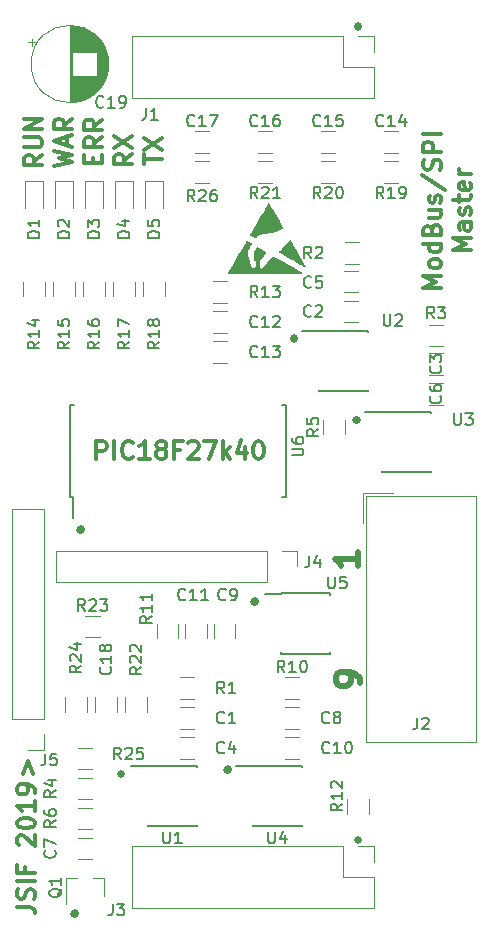
<source format=gbr>
G04 #@! TF.GenerationSoftware,KiCad,Pcbnew,(5.0.0)*
G04 #@! TF.CreationDate,2018-12-13T10:25:45+01:00*
G04 #@! TF.ProjectId,TrackModBusMaster_piggyback,547261636B4D6F644275734D61737465,rev?*
G04 #@! TF.SameCoordinates,Original*
G04 #@! TF.FileFunction,Legend,Top*
G04 #@! TF.FilePolarity,Positive*
%FSLAX46Y46*%
G04 Gerber Fmt 4.6, Leading zero omitted, Abs format (unit mm)*
G04 Created by KiCad (PCBNEW (5.0.0)) date 12/13/18 10:25:45*
%MOMM*%
%LPD*%
G01*
G04 APERTURE LIST*
%ADD10C,0.500000*%
%ADD11C,0.300000*%
%ADD12C,0.120000*%
%ADD13C,0.150000*%
%ADD14C,0.010000*%
G04 APERTURE END LIST*
D10*
X134594600Y-112321885D02*
X134689838Y-112417123D01*
X134594600Y-112512361D01*
X134499361Y-112417123D01*
X134594600Y-112321885D01*
X134594600Y-112512361D01*
X134762761Y-99186952D02*
X134762761Y-98806000D01*
X134667523Y-98615523D01*
X134572285Y-98520285D01*
X134286571Y-98329809D01*
X133905619Y-98234571D01*
X133143714Y-98234571D01*
X132953238Y-98329809D01*
X132858000Y-98425047D01*
X132762761Y-98615523D01*
X132762761Y-98996476D01*
X132858000Y-99186952D01*
X132953238Y-99282190D01*
X133143714Y-99377428D01*
X133619904Y-99377428D01*
X133810380Y-99282190D01*
X133905619Y-99186952D01*
X134000857Y-98996476D01*
X134000857Y-98615523D01*
X133905619Y-98425047D01*
X133810380Y-98329809D01*
X133619904Y-98234571D01*
D11*
X112471285Y-80180571D02*
X112471285Y-78680571D01*
X113042714Y-78680571D01*
X113185571Y-78752000D01*
X113257000Y-78823428D01*
X113328428Y-78966285D01*
X113328428Y-79180571D01*
X113257000Y-79323428D01*
X113185571Y-79394857D01*
X113042714Y-79466285D01*
X112471285Y-79466285D01*
X113971285Y-80180571D02*
X113971285Y-78680571D01*
X115542714Y-80037714D02*
X115471285Y-80109142D01*
X115257000Y-80180571D01*
X115114142Y-80180571D01*
X114899857Y-80109142D01*
X114757000Y-79966285D01*
X114685571Y-79823428D01*
X114614142Y-79537714D01*
X114614142Y-79323428D01*
X114685571Y-79037714D01*
X114757000Y-78894857D01*
X114899857Y-78752000D01*
X115114142Y-78680571D01*
X115257000Y-78680571D01*
X115471285Y-78752000D01*
X115542714Y-78823428D01*
X116971285Y-80180571D02*
X116114142Y-80180571D01*
X116542714Y-80180571D02*
X116542714Y-78680571D01*
X116399857Y-78894857D01*
X116257000Y-79037714D01*
X116114142Y-79109142D01*
X117828428Y-79323428D02*
X117685571Y-79252000D01*
X117614142Y-79180571D01*
X117542714Y-79037714D01*
X117542714Y-78966285D01*
X117614142Y-78823428D01*
X117685571Y-78752000D01*
X117828428Y-78680571D01*
X118114142Y-78680571D01*
X118257000Y-78752000D01*
X118328428Y-78823428D01*
X118399857Y-78966285D01*
X118399857Y-79037714D01*
X118328428Y-79180571D01*
X118257000Y-79252000D01*
X118114142Y-79323428D01*
X117828428Y-79323428D01*
X117685571Y-79394857D01*
X117614142Y-79466285D01*
X117542714Y-79609142D01*
X117542714Y-79894857D01*
X117614142Y-80037714D01*
X117685571Y-80109142D01*
X117828428Y-80180571D01*
X118114142Y-80180571D01*
X118257000Y-80109142D01*
X118328428Y-80037714D01*
X118399857Y-79894857D01*
X118399857Y-79609142D01*
X118328428Y-79466285D01*
X118257000Y-79394857D01*
X118114142Y-79323428D01*
X119542714Y-79394857D02*
X119042714Y-79394857D01*
X119042714Y-80180571D02*
X119042714Y-78680571D01*
X119757000Y-78680571D01*
X120257000Y-78823428D02*
X120328428Y-78752000D01*
X120471285Y-78680571D01*
X120828428Y-78680571D01*
X120971285Y-78752000D01*
X121042714Y-78823428D01*
X121114142Y-78966285D01*
X121114142Y-79109142D01*
X121042714Y-79323428D01*
X120185571Y-80180571D01*
X121114142Y-80180571D01*
X121614142Y-78680571D02*
X122614142Y-78680571D01*
X121971285Y-80180571D01*
X123185571Y-80180571D02*
X123185571Y-78680571D01*
X123328428Y-79609142D02*
X123757000Y-80180571D01*
X123757000Y-79180571D02*
X123185571Y-79752000D01*
X125042714Y-79180571D02*
X125042714Y-80180571D01*
X124685571Y-78609142D02*
X124328428Y-79680571D01*
X125257000Y-79680571D01*
X126114142Y-78680571D02*
X126257000Y-78680571D01*
X126399857Y-78752000D01*
X126471285Y-78823428D01*
X126542714Y-78966285D01*
X126614142Y-79252000D01*
X126614142Y-79609142D01*
X126542714Y-79894857D01*
X126471285Y-80037714D01*
X126399857Y-80109142D01*
X126257000Y-80180571D01*
X126114142Y-80180571D01*
X125971285Y-80109142D01*
X125899857Y-80037714D01*
X125828428Y-79894857D01*
X125757000Y-79609142D01*
X125757000Y-79252000D01*
X125828428Y-78966285D01*
X125899857Y-78823428D01*
X125971285Y-78752000D01*
X126114142Y-78680571D01*
X106231571Y-106870428D02*
X106660142Y-105727571D01*
X107088714Y-106870428D01*
X141643571Y-65682000D02*
X140143571Y-65682000D01*
X141215000Y-65182000D01*
X140143571Y-64682000D01*
X141643571Y-64682000D01*
X141643571Y-63753428D02*
X141572142Y-63896285D01*
X141500714Y-63967714D01*
X141357857Y-64039142D01*
X140929285Y-64039142D01*
X140786428Y-63967714D01*
X140715000Y-63896285D01*
X140643571Y-63753428D01*
X140643571Y-63539142D01*
X140715000Y-63396285D01*
X140786428Y-63324857D01*
X140929285Y-63253428D01*
X141357857Y-63253428D01*
X141500714Y-63324857D01*
X141572142Y-63396285D01*
X141643571Y-63539142D01*
X141643571Y-63753428D01*
X141643571Y-61967714D02*
X140143571Y-61967714D01*
X141572142Y-61967714D02*
X141643571Y-62110571D01*
X141643571Y-62396285D01*
X141572142Y-62539142D01*
X141500714Y-62610571D01*
X141357857Y-62682000D01*
X140929285Y-62682000D01*
X140786428Y-62610571D01*
X140715000Y-62539142D01*
X140643571Y-62396285D01*
X140643571Y-62110571D01*
X140715000Y-61967714D01*
X140857857Y-60753428D02*
X140929285Y-60539142D01*
X141000714Y-60467714D01*
X141143571Y-60396285D01*
X141357857Y-60396285D01*
X141500714Y-60467714D01*
X141572142Y-60539142D01*
X141643571Y-60682000D01*
X141643571Y-61253428D01*
X140143571Y-61253428D01*
X140143571Y-60753428D01*
X140215000Y-60610571D01*
X140286428Y-60539142D01*
X140429285Y-60467714D01*
X140572142Y-60467714D01*
X140715000Y-60539142D01*
X140786428Y-60610571D01*
X140857857Y-60753428D01*
X140857857Y-61253428D01*
X140643571Y-59110571D02*
X141643571Y-59110571D01*
X140643571Y-59753428D02*
X141429285Y-59753428D01*
X141572142Y-59682000D01*
X141643571Y-59539142D01*
X141643571Y-59324857D01*
X141572142Y-59182000D01*
X141500714Y-59110571D01*
X141572142Y-58467714D02*
X141643571Y-58324857D01*
X141643571Y-58039142D01*
X141572142Y-57896285D01*
X141429285Y-57824857D01*
X141357857Y-57824857D01*
X141215000Y-57896285D01*
X141143571Y-58039142D01*
X141143571Y-58253428D01*
X141072142Y-58396285D01*
X140929285Y-58467714D01*
X140857857Y-58467714D01*
X140715000Y-58396285D01*
X140643571Y-58253428D01*
X140643571Y-58039142D01*
X140715000Y-57896285D01*
X140072142Y-56110571D02*
X142000714Y-57396285D01*
X141572142Y-55682000D02*
X141643571Y-55467714D01*
X141643571Y-55110571D01*
X141572142Y-54967714D01*
X141500714Y-54896285D01*
X141357857Y-54824857D01*
X141215000Y-54824857D01*
X141072142Y-54896285D01*
X141000714Y-54967714D01*
X140929285Y-55110571D01*
X140857857Y-55396285D01*
X140786428Y-55539142D01*
X140715000Y-55610571D01*
X140572142Y-55682000D01*
X140429285Y-55682000D01*
X140286428Y-55610571D01*
X140215000Y-55539142D01*
X140143571Y-55396285D01*
X140143571Y-55039142D01*
X140215000Y-54824857D01*
X141643571Y-54182000D02*
X140143571Y-54182000D01*
X140143571Y-53610571D01*
X140215000Y-53467714D01*
X140286428Y-53396285D01*
X140429285Y-53324857D01*
X140643571Y-53324857D01*
X140786428Y-53396285D01*
X140857857Y-53467714D01*
X140929285Y-53610571D01*
X140929285Y-54182000D01*
X141643571Y-52682000D02*
X140143571Y-52682000D01*
X144193571Y-62503428D02*
X142693571Y-62503428D01*
X143765000Y-62003428D01*
X142693571Y-61503428D01*
X144193571Y-61503428D01*
X144193571Y-60146285D02*
X143407857Y-60146285D01*
X143265000Y-60217714D01*
X143193571Y-60360571D01*
X143193571Y-60646285D01*
X143265000Y-60789142D01*
X144122142Y-60146285D02*
X144193571Y-60289142D01*
X144193571Y-60646285D01*
X144122142Y-60789142D01*
X143979285Y-60860571D01*
X143836428Y-60860571D01*
X143693571Y-60789142D01*
X143622142Y-60646285D01*
X143622142Y-60289142D01*
X143550714Y-60146285D01*
X144122142Y-59503428D02*
X144193571Y-59360571D01*
X144193571Y-59074857D01*
X144122142Y-58932000D01*
X143979285Y-58860571D01*
X143907857Y-58860571D01*
X143765000Y-58932000D01*
X143693571Y-59074857D01*
X143693571Y-59289142D01*
X143622142Y-59432000D01*
X143479285Y-59503428D01*
X143407857Y-59503428D01*
X143265000Y-59432000D01*
X143193571Y-59289142D01*
X143193571Y-59074857D01*
X143265000Y-58932000D01*
X143193571Y-58432000D02*
X143193571Y-57860571D01*
X142693571Y-58217714D02*
X143979285Y-58217714D01*
X144122142Y-58146285D01*
X144193571Y-58003428D01*
X144193571Y-57860571D01*
X144122142Y-56789142D02*
X144193571Y-56932000D01*
X144193571Y-57217714D01*
X144122142Y-57360571D01*
X143979285Y-57432000D01*
X143407857Y-57432000D01*
X143265000Y-57360571D01*
X143193571Y-57217714D01*
X143193571Y-56932000D01*
X143265000Y-56789142D01*
X143407857Y-56717714D01*
X143550714Y-56717714D01*
X143693571Y-57432000D01*
X144193571Y-56074857D02*
X143193571Y-56074857D01*
X143479285Y-56074857D02*
X143336428Y-56003428D01*
X143265000Y-55932000D01*
X143193571Y-55789142D01*
X143193571Y-55646285D01*
X105731571Y-118085571D02*
X106803000Y-118085571D01*
X107017285Y-118157000D01*
X107160142Y-118299857D01*
X107231571Y-118514142D01*
X107231571Y-118657000D01*
X107160142Y-117442714D02*
X107231571Y-117228428D01*
X107231571Y-116871285D01*
X107160142Y-116728428D01*
X107088714Y-116657000D01*
X106945857Y-116585571D01*
X106803000Y-116585571D01*
X106660142Y-116657000D01*
X106588714Y-116728428D01*
X106517285Y-116871285D01*
X106445857Y-117157000D01*
X106374428Y-117299857D01*
X106303000Y-117371285D01*
X106160142Y-117442714D01*
X106017285Y-117442714D01*
X105874428Y-117371285D01*
X105803000Y-117299857D01*
X105731571Y-117157000D01*
X105731571Y-116799857D01*
X105803000Y-116585571D01*
X107231571Y-115942714D02*
X105731571Y-115942714D01*
X106445857Y-114728428D02*
X106445857Y-115228428D01*
X107231571Y-115228428D02*
X105731571Y-115228428D01*
X105731571Y-114514142D01*
X105874428Y-112871285D02*
X105803000Y-112799857D01*
X105731571Y-112657000D01*
X105731571Y-112299857D01*
X105803000Y-112157000D01*
X105874428Y-112085571D01*
X106017285Y-112014142D01*
X106160142Y-112014142D01*
X106374428Y-112085571D01*
X107231571Y-112942714D01*
X107231571Y-112014142D01*
X105731571Y-111085571D02*
X105731571Y-110942714D01*
X105803000Y-110799857D01*
X105874428Y-110728428D01*
X106017285Y-110657000D01*
X106303000Y-110585571D01*
X106660142Y-110585571D01*
X106945857Y-110657000D01*
X107088714Y-110728428D01*
X107160142Y-110799857D01*
X107231571Y-110942714D01*
X107231571Y-111085571D01*
X107160142Y-111228428D01*
X107088714Y-111299857D01*
X106945857Y-111371285D01*
X106660142Y-111442714D01*
X106303000Y-111442714D01*
X106017285Y-111371285D01*
X105874428Y-111299857D01*
X105803000Y-111228428D01*
X105731571Y-111085571D01*
X107231571Y-109157000D02*
X107231571Y-110014142D01*
X107231571Y-109585571D02*
X105731571Y-109585571D01*
X105945857Y-109728428D01*
X106088714Y-109871285D01*
X106160142Y-110014142D01*
X107231571Y-108442714D02*
X107231571Y-108157000D01*
X107160142Y-108014142D01*
X107088714Y-107942714D01*
X106874428Y-107799857D01*
X106588714Y-107728428D01*
X106017285Y-107728428D01*
X105874428Y-107799857D01*
X105803000Y-107871285D01*
X105731571Y-108014142D01*
X105731571Y-108299857D01*
X105803000Y-108442714D01*
X105874428Y-108514142D01*
X106017285Y-108585571D01*
X106374428Y-108585571D01*
X106517285Y-108514142D01*
X106588714Y-108442714D01*
X106660142Y-108299857D01*
X106660142Y-108014142D01*
X106588714Y-107871285D01*
X106517285Y-107799857D01*
X106374428Y-107728428D01*
D10*
X134635761Y-88074571D02*
X134635761Y-89217428D01*
X134635761Y-88646000D02*
X132635761Y-88646000D01*
X132921476Y-88836476D01*
X133111952Y-89026952D01*
X133207190Y-89217428D01*
X134620000Y-43462485D02*
X134715238Y-43557723D01*
X134620000Y-43652961D01*
X134524761Y-43557723D01*
X134620000Y-43462485D01*
X134620000Y-43652961D01*
X110617000Y-118570285D02*
X110712238Y-118665523D01*
X110617000Y-118760761D01*
X110521761Y-118665523D01*
X110617000Y-118570285D01*
X110617000Y-118760761D01*
X111125000Y-86058285D02*
X111220238Y-86153523D01*
X111125000Y-86248761D01*
X111029761Y-86153523D01*
X111125000Y-86058285D01*
X111125000Y-86248761D01*
X114554000Y-106759285D02*
X114649238Y-106854523D01*
X114554000Y-106949761D01*
X114458761Y-106854523D01*
X114554000Y-106759285D01*
X114554000Y-106949761D01*
X123571000Y-106378285D02*
X123666238Y-106473523D01*
X123571000Y-106568761D01*
X123475761Y-106473523D01*
X123571000Y-106378285D01*
X123571000Y-106568761D01*
X125857000Y-92154285D02*
X125952238Y-92249523D01*
X125857000Y-92344761D01*
X125761761Y-92249523D01*
X125857000Y-92154285D01*
X125857000Y-92344761D01*
X134493000Y-76787285D02*
X134588238Y-76882523D01*
X134493000Y-76977761D01*
X134397761Y-76882523D01*
X134493000Y-76787285D01*
X134493000Y-76977761D01*
X129184400Y-69878485D02*
X129279638Y-69973723D01*
X129184400Y-70068961D01*
X129089161Y-69973723D01*
X129184400Y-69878485D01*
X129184400Y-70068961D01*
D11*
X116526571Y-55244857D02*
X116526571Y-54387714D01*
X118026571Y-54816285D02*
X116526571Y-54816285D01*
X116526571Y-54030571D02*
X118026571Y-53030571D01*
X116526571Y-53030571D02*
X118026571Y-54030571D01*
X115486571Y-54352000D02*
X114772285Y-54852000D01*
X115486571Y-55209142D02*
X113986571Y-55209142D01*
X113986571Y-54637714D01*
X114058000Y-54494857D01*
X114129428Y-54423428D01*
X114272285Y-54352000D01*
X114486571Y-54352000D01*
X114629428Y-54423428D01*
X114700857Y-54494857D01*
X114772285Y-54637714D01*
X114772285Y-55209142D01*
X113986571Y-53852000D02*
X115486571Y-52852000D01*
X113986571Y-52852000D02*
X115486571Y-53852000D01*
X112160857Y-55161428D02*
X112160857Y-54661428D01*
X112946571Y-54447142D02*
X112946571Y-55161428D01*
X111446571Y-55161428D01*
X111446571Y-54447142D01*
X112946571Y-52947142D02*
X112232285Y-53447142D01*
X112946571Y-53804285D02*
X111446571Y-53804285D01*
X111446571Y-53232857D01*
X111518000Y-53090000D01*
X111589428Y-53018571D01*
X111732285Y-52947142D01*
X111946571Y-52947142D01*
X112089428Y-53018571D01*
X112160857Y-53090000D01*
X112232285Y-53232857D01*
X112232285Y-53804285D01*
X112946571Y-51447142D02*
X112232285Y-51947142D01*
X112946571Y-52304285D02*
X111446571Y-52304285D01*
X111446571Y-51732857D01*
X111518000Y-51590000D01*
X111589428Y-51518571D01*
X111732285Y-51447142D01*
X111946571Y-51447142D01*
X112089428Y-51518571D01*
X112160857Y-51590000D01*
X112232285Y-51732857D01*
X112232285Y-52304285D01*
X108906571Y-55375714D02*
X110406571Y-55018571D01*
X109335142Y-54732857D01*
X110406571Y-54447142D01*
X108906571Y-54090000D01*
X109978000Y-53590000D02*
X109978000Y-52875714D01*
X110406571Y-53732857D02*
X108906571Y-53232857D01*
X110406571Y-52732857D01*
X110406571Y-51375714D02*
X109692285Y-51875714D01*
X110406571Y-52232857D02*
X108906571Y-52232857D01*
X108906571Y-51661428D01*
X108978000Y-51518571D01*
X109049428Y-51447142D01*
X109192285Y-51375714D01*
X109406571Y-51375714D01*
X109549428Y-51447142D01*
X109620857Y-51518571D01*
X109692285Y-51661428D01*
X109692285Y-52232857D01*
X107866571Y-54447142D02*
X107152285Y-54947142D01*
X107866571Y-55304285D02*
X106366571Y-55304285D01*
X106366571Y-54732857D01*
X106438000Y-54590000D01*
X106509428Y-54518571D01*
X106652285Y-54447142D01*
X106866571Y-54447142D01*
X107009428Y-54518571D01*
X107080857Y-54590000D01*
X107152285Y-54732857D01*
X107152285Y-55304285D01*
X106366571Y-53804285D02*
X107580857Y-53804285D01*
X107723714Y-53732857D01*
X107795142Y-53661428D01*
X107866571Y-53518571D01*
X107866571Y-53232857D01*
X107795142Y-53090000D01*
X107723714Y-53018571D01*
X107580857Y-52947142D01*
X106366571Y-52947142D01*
X107866571Y-52232857D02*
X106366571Y-52232857D01*
X107866571Y-51375714D01*
X106366571Y-51375714D01*
D12*
G04 #@! TO.C,J1*
X135950000Y-44390000D02*
X135950000Y-45720000D01*
X134620000Y-44390000D02*
X135950000Y-44390000D01*
X135950000Y-46990000D02*
X135950000Y-49590000D01*
X133350000Y-46990000D02*
X135950000Y-46990000D01*
X133350000Y-44390000D02*
X133350000Y-46990000D01*
X135950000Y-49590000D02*
X115510000Y-49590000D01*
X133350000Y-44390000D02*
X115510000Y-44390000D01*
X115510000Y-44390000D02*
X115510000Y-49590000D01*
G04 #@! TO.C,C3*
X141826064Y-71226000D02*
X140621936Y-71226000D01*
X141826064Y-73046000D02*
X140621936Y-73046000D01*
G04 #@! TO.C,C6*
X141826064Y-75586000D02*
X140621936Y-75586000D01*
X141826064Y-73766000D02*
X140621936Y-73766000D01*
G04 #@! TO.C,R3*
X140621936Y-70633000D02*
X141826064Y-70633000D01*
X140621936Y-68813000D02*
X141826064Y-68813000D01*
G04 #@! TO.C,R15*
X110638000Y-65183936D02*
X110638000Y-66388064D01*
X108818000Y-65183936D02*
X108818000Y-66388064D01*
G04 #@! TO.C,R18*
X116438000Y-65183936D02*
X116438000Y-66388064D01*
X118258000Y-65183936D02*
X118258000Y-66388064D01*
G04 #@! TO.C,R14*
X108098000Y-65183936D02*
X108098000Y-66388064D01*
X106278000Y-65183936D02*
X106278000Y-66388064D01*
G04 #@! TO.C,R17*
X113898000Y-65183936D02*
X113898000Y-66388064D01*
X115718000Y-65183936D02*
X115718000Y-66388064D01*
G04 #@! TO.C,R16*
X113178000Y-65183936D02*
X113178000Y-66388064D01*
X111358000Y-65183936D02*
X111358000Y-66388064D01*
G04 #@! TO.C,C1*
X120744064Y-103018000D02*
X119539936Y-103018000D01*
X120744064Y-101198000D02*
X119539936Y-101198000D01*
G04 #@! TO.C,C2*
X134648064Y-66781000D02*
X133443936Y-66781000D01*
X134648064Y-68601000D02*
X133443936Y-68601000D01*
G04 #@! TO.C,C4*
X120744064Y-103738000D02*
X119539936Y-103738000D01*
X120744064Y-105558000D02*
X119539936Y-105558000D01*
G04 #@! TO.C,C5*
X134648064Y-66061000D02*
X133443936Y-66061000D01*
X134648064Y-64241000D02*
X133443936Y-64241000D01*
G04 #@! TO.C,C7*
X110903936Y-112247000D02*
X112108064Y-112247000D01*
X110903936Y-114067000D02*
X112108064Y-114067000D01*
G04 #@! TO.C,C8*
X129634064Y-103018000D02*
X128429936Y-103018000D01*
X129634064Y-101198000D02*
X128429936Y-101198000D01*
G04 #@! TO.C,C9*
X122407000Y-94139936D02*
X122407000Y-95344064D01*
X124227000Y-94139936D02*
X124227000Y-95344064D01*
G04 #@! TO.C,C10*
X129634064Y-105558000D02*
X128429936Y-105558000D01*
X129634064Y-103738000D02*
X128429936Y-103738000D01*
G04 #@! TO.C,C11*
X119994000Y-94139936D02*
X119994000Y-95344064D01*
X121814000Y-94139936D02*
X121814000Y-95344064D01*
G04 #@! TO.C,C12*
X122333936Y-69490000D02*
X123538064Y-69490000D01*
X122333936Y-67670000D02*
X123538064Y-67670000D01*
G04 #@! TO.C,C13*
X122333936Y-70210000D02*
X123538064Y-70210000D01*
X122333936Y-72030000D02*
X123538064Y-72030000D01*
G04 #@! TO.C,C14*
X138016064Y-54250000D02*
X136811936Y-54250000D01*
X138016064Y-52430000D02*
X136811936Y-52430000D01*
G04 #@! TO.C,C15*
X132682064Y-52430000D02*
X131477936Y-52430000D01*
X132682064Y-54250000D02*
X131477936Y-54250000D01*
G04 #@! TO.C,C16*
X127348064Y-52430000D02*
X126143936Y-52430000D01*
X127348064Y-54250000D02*
X126143936Y-54250000D01*
G04 #@! TO.C,C17*
X122014064Y-54250000D02*
X120809936Y-54250000D01*
X122014064Y-52430000D02*
X120809936Y-52430000D01*
G04 #@! TO.C,C18*
X112374000Y-100362936D02*
X112374000Y-101567064D01*
X114194000Y-100362936D02*
X114194000Y-101567064D01*
G04 #@! TO.C,J2*
X144629000Y-83296000D02*
X144629000Y-104156000D01*
X144629000Y-104156000D02*
X135279000Y-104156000D01*
X135279000Y-104156000D02*
X135279000Y-83296000D01*
X135279000Y-83296000D02*
X144629000Y-83296000D01*
X135029000Y-83046000D02*
X135029000Y-85586000D01*
X135029000Y-83046000D02*
X137569000Y-83046000D01*
G04 #@! TO.C,J3*
X115510000Y-112970000D02*
X115510000Y-118170000D01*
X133350000Y-112970000D02*
X115510000Y-112970000D01*
X135950000Y-118170000D02*
X115510000Y-118170000D01*
X133350000Y-112970000D02*
X133350000Y-115570000D01*
X133350000Y-115570000D02*
X135950000Y-115570000D01*
X135950000Y-115570000D02*
X135950000Y-118170000D01*
X134620000Y-112970000D02*
X135950000Y-112970000D01*
X135950000Y-112970000D02*
X135950000Y-114300000D01*
G04 #@! TO.C,J4*
X109033000Y-87951000D02*
X109033000Y-90611000D01*
X126873000Y-87951000D02*
X109033000Y-87951000D01*
X126873000Y-90611000D02*
X109033000Y-90611000D01*
X126873000Y-87951000D02*
X126873000Y-90611000D01*
X128143000Y-87951000D02*
X129473000Y-87951000D01*
X129473000Y-87951000D02*
X129473000Y-89281000D01*
G04 #@! TO.C,J5*
X108010000Y-104835000D02*
X106680000Y-104835000D01*
X108010000Y-103505000D02*
X108010000Y-104835000D01*
X108010000Y-102235000D02*
X105350000Y-102235000D01*
X105350000Y-102235000D02*
X105350000Y-84395000D01*
X108010000Y-102235000D02*
X108010000Y-84395000D01*
X108010000Y-84395000D02*
X105350000Y-84395000D01*
G04 #@! TO.C,Q1*
X113086000Y-115699000D02*
X112156000Y-115699000D01*
X109926000Y-115699000D02*
X110856000Y-115699000D01*
X109926000Y-115699000D02*
X109926000Y-117859000D01*
X113086000Y-115699000D02*
X113086000Y-117159000D01*
G04 #@! TO.C,R1*
X119539936Y-98658000D02*
X120744064Y-98658000D01*
X119539936Y-100478000D02*
X120744064Y-100478000D01*
G04 #@! TO.C,R2*
X133509936Y-61828000D02*
X134714064Y-61828000D01*
X133509936Y-63648000D02*
X134714064Y-63648000D01*
G04 #@! TO.C,R4*
X110903936Y-107167000D02*
X112108064Y-107167000D01*
X110903936Y-108987000D02*
X112108064Y-108987000D01*
G04 #@! TO.C,R5*
X133498000Y-78072064D02*
X133498000Y-76867936D01*
X131678000Y-78072064D02*
X131678000Y-76867936D01*
G04 #@! TO.C,R6*
X110903936Y-111527000D02*
X112108064Y-111527000D01*
X110903936Y-109707000D02*
X112108064Y-109707000D01*
G04 #@! TO.C,R10*
X128429936Y-98658000D02*
X129634064Y-98658000D01*
X128429936Y-100478000D02*
X129634064Y-100478000D01*
G04 #@! TO.C,R11*
X117581000Y-95344064D02*
X117581000Y-94139936D01*
X119401000Y-95344064D02*
X119401000Y-94139936D01*
G04 #@! TO.C,R12*
X133710000Y-108998936D02*
X133710000Y-110203064D01*
X135530000Y-108998936D02*
X135530000Y-110203064D01*
G04 #@! TO.C,R13*
X123538064Y-65130000D02*
X122333936Y-65130000D01*
X123538064Y-66950000D02*
X122333936Y-66950000D01*
G04 #@! TO.C,R19*
X138016064Y-56790000D02*
X136811936Y-56790000D01*
X138016064Y-54970000D02*
X136811936Y-54970000D01*
G04 #@! TO.C,R20*
X132682064Y-56790000D02*
X131477936Y-56790000D01*
X132682064Y-54970000D02*
X131477936Y-54970000D01*
G04 #@! TO.C,R21*
X126143936Y-56790000D02*
X127348064Y-56790000D01*
X126143936Y-54970000D02*
X127348064Y-54970000D01*
G04 #@! TO.C,R22*
X114914000Y-100362936D02*
X114914000Y-101567064D01*
X116734000Y-100362936D02*
X116734000Y-101567064D01*
G04 #@! TO.C,R23*
X112743064Y-93451000D02*
X111538936Y-93451000D01*
X112743064Y-95271000D02*
X111538936Y-95271000D01*
G04 #@! TO.C,R24*
X111654000Y-101567064D02*
X111654000Y-100362936D01*
X109834000Y-101567064D02*
X109834000Y-100362936D01*
G04 #@! TO.C,R25*
X112108064Y-106447000D02*
X110903936Y-106447000D01*
X112108064Y-104627000D02*
X110903936Y-104627000D01*
D13*
G04 #@! TO.C,U1*
X116797000Y-106137000D02*
X116797000Y-106187000D01*
X120947000Y-106137000D02*
X120947000Y-106282000D01*
X120947000Y-111287000D02*
X120947000Y-111142000D01*
X116797000Y-111287000D02*
X116797000Y-111142000D01*
X116797000Y-106137000D02*
X120947000Y-106137000D01*
X116797000Y-111287000D02*
X120947000Y-111287000D01*
X116797000Y-106187000D02*
X115397000Y-106187000D01*
G04 #@! TO.C,U2*
X131275000Y-69307000D02*
X131275000Y-69357000D01*
X135425000Y-69307000D02*
X135425000Y-69452000D01*
X135425000Y-74457000D02*
X135425000Y-74312000D01*
X131275000Y-74457000D02*
X131275000Y-74312000D01*
X131275000Y-69307000D02*
X135425000Y-69307000D01*
X131275000Y-74457000D02*
X135425000Y-74457000D01*
X131275000Y-69357000D02*
X129875000Y-69357000D01*
G04 #@! TO.C,U3*
X136609000Y-76215000D02*
X135209000Y-76215000D01*
X136609000Y-81315000D02*
X140759000Y-81315000D01*
X136609000Y-76165000D02*
X140759000Y-76165000D01*
X136609000Y-81315000D02*
X136609000Y-81170000D01*
X140759000Y-81315000D02*
X140759000Y-81170000D01*
X140759000Y-76165000D02*
X140759000Y-76310000D01*
X136609000Y-76165000D02*
X136609000Y-76215000D01*
G04 #@! TO.C,U4*
X125687000Y-106137000D02*
X125687000Y-106187000D01*
X129837000Y-106137000D02*
X129837000Y-106282000D01*
X129837000Y-111287000D02*
X129837000Y-111142000D01*
X125687000Y-111287000D02*
X125687000Y-111142000D01*
X125687000Y-106137000D02*
X129837000Y-106137000D01*
X125687000Y-111287000D02*
X129837000Y-111287000D01*
X125687000Y-106187000D02*
X124287000Y-106187000D01*
G04 #@! TO.C,U5*
X128100000Y-91582000D02*
X126700000Y-91582000D01*
X128100000Y-96682000D02*
X132250000Y-96682000D01*
X128100000Y-91532000D02*
X132250000Y-91532000D01*
X128100000Y-96682000D02*
X128100000Y-96537000D01*
X132250000Y-96682000D02*
X132250000Y-96537000D01*
X132250000Y-91532000D02*
X132250000Y-91677000D01*
X128100000Y-91532000D02*
X128100000Y-91582000D01*
G04 #@! TO.C,U6*
X110255000Y-83377000D02*
X110505000Y-83377000D01*
X110255000Y-75627000D02*
X110600000Y-75627000D01*
X128505000Y-75627000D02*
X128160000Y-75627000D01*
X128505000Y-83377000D02*
X128160000Y-83377000D01*
X110255000Y-83377000D02*
X110255000Y-75627000D01*
X128505000Y-83377000D02*
X128505000Y-75627000D01*
X110505000Y-83377000D02*
X110505000Y-85202000D01*
D12*
G04 #@! TO.C,R26*
X122014064Y-56790000D02*
X120809936Y-56790000D01*
X122014064Y-54970000D02*
X120809936Y-54970000D01*
G04 #@! TO.C,C19*
X113486000Y-46736000D02*
G75*
G03X113486000Y-46736000I-3270000J0D01*
G01*
X110216000Y-43506000D02*
X110216000Y-49966000D01*
X110256000Y-43506000D02*
X110256000Y-49966000D01*
X110296000Y-43506000D02*
X110296000Y-49966000D01*
X110336000Y-43508000D02*
X110336000Y-49964000D01*
X110376000Y-43509000D02*
X110376000Y-49963000D01*
X110416000Y-43512000D02*
X110416000Y-49960000D01*
X110456000Y-43514000D02*
X110456000Y-45696000D01*
X110456000Y-47776000D02*
X110456000Y-49958000D01*
X110496000Y-43518000D02*
X110496000Y-45696000D01*
X110496000Y-47776000D02*
X110496000Y-49954000D01*
X110536000Y-43521000D02*
X110536000Y-45696000D01*
X110536000Y-47776000D02*
X110536000Y-49951000D01*
X110576000Y-43525000D02*
X110576000Y-45696000D01*
X110576000Y-47776000D02*
X110576000Y-49947000D01*
X110616000Y-43530000D02*
X110616000Y-45696000D01*
X110616000Y-47776000D02*
X110616000Y-49942000D01*
X110656000Y-43535000D02*
X110656000Y-45696000D01*
X110656000Y-47776000D02*
X110656000Y-49937000D01*
X110696000Y-43541000D02*
X110696000Y-45696000D01*
X110696000Y-47776000D02*
X110696000Y-49931000D01*
X110736000Y-43547000D02*
X110736000Y-45696000D01*
X110736000Y-47776000D02*
X110736000Y-49925000D01*
X110776000Y-43554000D02*
X110776000Y-45696000D01*
X110776000Y-47776000D02*
X110776000Y-49918000D01*
X110816000Y-43561000D02*
X110816000Y-45696000D01*
X110816000Y-47776000D02*
X110816000Y-49911000D01*
X110856000Y-43569000D02*
X110856000Y-45696000D01*
X110856000Y-47776000D02*
X110856000Y-49903000D01*
X110896000Y-43577000D02*
X110896000Y-45696000D01*
X110896000Y-47776000D02*
X110896000Y-49895000D01*
X110937000Y-43586000D02*
X110937000Y-45696000D01*
X110937000Y-47776000D02*
X110937000Y-49886000D01*
X110977000Y-43595000D02*
X110977000Y-45696000D01*
X110977000Y-47776000D02*
X110977000Y-49877000D01*
X111017000Y-43605000D02*
X111017000Y-45696000D01*
X111017000Y-47776000D02*
X111017000Y-49867000D01*
X111057000Y-43615000D02*
X111057000Y-45696000D01*
X111057000Y-47776000D02*
X111057000Y-49857000D01*
X111097000Y-43626000D02*
X111097000Y-45696000D01*
X111097000Y-47776000D02*
X111097000Y-49846000D01*
X111137000Y-43638000D02*
X111137000Y-45696000D01*
X111137000Y-47776000D02*
X111137000Y-49834000D01*
X111177000Y-43650000D02*
X111177000Y-45696000D01*
X111177000Y-47776000D02*
X111177000Y-49822000D01*
X111217000Y-43662000D02*
X111217000Y-45696000D01*
X111217000Y-47776000D02*
X111217000Y-49810000D01*
X111257000Y-43675000D02*
X111257000Y-45696000D01*
X111257000Y-47776000D02*
X111257000Y-49797000D01*
X111297000Y-43689000D02*
X111297000Y-45696000D01*
X111297000Y-47776000D02*
X111297000Y-49783000D01*
X111337000Y-43703000D02*
X111337000Y-45696000D01*
X111337000Y-47776000D02*
X111337000Y-49769000D01*
X111377000Y-43718000D02*
X111377000Y-45696000D01*
X111377000Y-47776000D02*
X111377000Y-49754000D01*
X111417000Y-43734000D02*
X111417000Y-45696000D01*
X111417000Y-47776000D02*
X111417000Y-49738000D01*
X111457000Y-43750000D02*
X111457000Y-45696000D01*
X111457000Y-47776000D02*
X111457000Y-49722000D01*
X111497000Y-43766000D02*
X111497000Y-45696000D01*
X111497000Y-47776000D02*
X111497000Y-49706000D01*
X111537000Y-43784000D02*
X111537000Y-45696000D01*
X111537000Y-47776000D02*
X111537000Y-49688000D01*
X111577000Y-43802000D02*
X111577000Y-45696000D01*
X111577000Y-47776000D02*
X111577000Y-49670000D01*
X111617000Y-43820000D02*
X111617000Y-45696000D01*
X111617000Y-47776000D02*
X111617000Y-49652000D01*
X111657000Y-43840000D02*
X111657000Y-45696000D01*
X111657000Y-47776000D02*
X111657000Y-49632000D01*
X111697000Y-43860000D02*
X111697000Y-45696000D01*
X111697000Y-47776000D02*
X111697000Y-49612000D01*
X111737000Y-43880000D02*
X111737000Y-45696000D01*
X111737000Y-47776000D02*
X111737000Y-49592000D01*
X111777000Y-43902000D02*
X111777000Y-45696000D01*
X111777000Y-47776000D02*
X111777000Y-49570000D01*
X111817000Y-43924000D02*
X111817000Y-45696000D01*
X111817000Y-47776000D02*
X111817000Y-49548000D01*
X111857000Y-43946000D02*
X111857000Y-45696000D01*
X111857000Y-47776000D02*
X111857000Y-49526000D01*
X111897000Y-43970000D02*
X111897000Y-45696000D01*
X111897000Y-47776000D02*
X111897000Y-49502000D01*
X111937000Y-43994000D02*
X111937000Y-45696000D01*
X111937000Y-47776000D02*
X111937000Y-49478000D01*
X111977000Y-44020000D02*
X111977000Y-45696000D01*
X111977000Y-47776000D02*
X111977000Y-49452000D01*
X112017000Y-44046000D02*
X112017000Y-45696000D01*
X112017000Y-47776000D02*
X112017000Y-49426000D01*
X112057000Y-44072000D02*
X112057000Y-45696000D01*
X112057000Y-47776000D02*
X112057000Y-49400000D01*
X112097000Y-44100000D02*
X112097000Y-45696000D01*
X112097000Y-47776000D02*
X112097000Y-49372000D01*
X112137000Y-44129000D02*
X112137000Y-45696000D01*
X112137000Y-47776000D02*
X112137000Y-49343000D01*
X112177000Y-44158000D02*
X112177000Y-45696000D01*
X112177000Y-47776000D02*
X112177000Y-49314000D01*
X112217000Y-44188000D02*
X112217000Y-45696000D01*
X112217000Y-47776000D02*
X112217000Y-49284000D01*
X112257000Y-44220000D02*
X112257000Y-45696000D01*
X112257000Y-47776000D02*
X112257000Y-49252000D01*
X112297000Y-44252000D02*
X112297000Y-45696000D01*
X112297000Y-47776000D02*
X112297000Y-49220000D01*
X112337000Y-44286000D02*
X112337000Y-45696000D01*
X112337000Y-47776000D02*
X112337000Y-49186000D01*
X112377000Y-44320000D02*
X112377000Y-45696000D01*
X112377000Y-47776000D02*
X112377000Y-49152000D01*
X112417000Y-44356000D02*
X112417000Y-45696000D01*
X112417000Y-47776000D02*
X112417000Y-49116000D01*
X112457000Y-44393000D02*
X112457000Y-45696000D01*
X112457000Y-47776000D02*
X112457000Y-49079000D01*
X112497000Y-44431000D02*
X112497000Y-45696000D01*
X112497000Y-47776000D02*
X112497000Y-49041000D01*
X112537000Y-44471000D02*
X112537000Y-49001000D01*
X112577000Y-44512000D02*
X112577000Y-48960000D01*
X112617000Y-44554000D02*
X112617000Y-48918000D01*
X112657000Y-44599000D02*
X112657000Y-48873000D01*
X112697000Y-44644000D02*
X112697000Y-48828000D01*
X112737000Y-44692000D02*
X112737000Y-48780000D01*
X112777000Y-44741000D02*
X112777000Y-48731000D01*
X112817000Y-44792000D02*
X112817000Y-48680000D01*
X112857000Y-44846000D02*
X112857000Y-48626000D01*
X112897000Y-44902000D02*
X112897000Y-48570000D01*
X112937000Y-44960000D02*
X112937000Y-48512000D01*
X112977000Y-45022000D02*
X112977000Y-48450000D01*
X113017000Y-45086000D02*
X113017000Y-48386000D01*
X113057000Y-45155000D02*
X113057000Y-48317000D01*
X113097000Y-45227000D02*
X113097000Y-48245000D01*
X113137000Y-45304000D02*
X113137000Y-48168000D01*
X113177000Y-45386000D02*
X113177000Y-48086000D01*
X113217000Y-45474000D02*
X113217000Y-47998000D01*
X113257000Y-45571000D02*
X113257000Y-47901000D01*
X113297000Y-45677000D02*
X113297000Y-47795000D01*
X113337000Y-45796000D02*
X113337000Y-47676000D01*
X113377000Y-45934000D02*
X113377000Y-47538000D01*
X113417000Y-46103000D02*
X113417000Y-47369000D01*
X113457000Y-46334000D02*
X113457000Y-47138000D01*
X106715759Y-44897000D02*
X107345759Y-44897000D01*
X107030759Y-44582000D02*
X107030759Y-45212000D01*
D14*
G04 #@! TO.C,REF\002A\002A*
G36*
X127037043Y-58553835D02*
X127060065Y-58591245D01*
X127095534Y-58650514D01*
X127141996Y-58729118D01*
X127197996Y-58824538D01*
X127262081Y-58934250D01*
X127332796Y-59055734D01*
X127408687Y-59186468D01*
X127488299Y-59323930D01*
X127570178Y-59465598D01*
X127652870Y-59608951D01*
X127734921Y-59751467D01*
X127814876Y-59890624D01*
X127891281Y-60023901D01*
X127962682Y-60148776D01*
X128027624Y-60262727D01*
X128084653Y-60363233D01*
X128132315Y-60447772D01*
X128169155Y-60513822D01*
X128193720Y-60558862D01*
X128204554Y-60580370D01*
X128204951Y-60581714D01*
X128191501Y-60599965D01*
X128154114Y-60627882D01*
X128097235Y-60662725D01*
X128025312Y-60701754D01*
X127950015Y-60738843D01*
X127847560Y-60783817D01*
X127739817Y-60824226D01*
X127623073Y-60860969D01*
X127493618Y-60894942D01*
X127347740Y-60927044D01*
X127181726Y-60958173D01*
X126991866Y-60989227D01*
X126795469Y-61018145D01*
X126624834Y-61043800D01*
X126481545Y-61069198D01*
X126362008Y-61095602D01*
X126262630Y-61124273D01*
X126179818Y-61156473D01*
X126109978Y-61193465D01*
X126049518Y-61236512D01*
X125994845Y-61286875D01*
X125977214Y-61305583D01*
X125939000Y-61349139D01*
X125910732Y-61384682D01*
X125897618Y-61405583D01*
X125897268Y-61407297D01*
X125892680Y-61417806D01*
X125876758Y-61417924D01*
X125846266Y-61406254D01*
X125797968Y-61381396D01*
X125728627Y-61341952D01*
X125680439Y-61313587D01*
X125608583Y-61269247D01*
X125552742Y-61231279D01*
X125516667Y-61202416D01*
X125504113Y-61185388D01*
X125504121Y-61185264D01*
X125511906Y-61169037D01*
X125533892Y-61128400D01*
X125568803Y-61065567D01*
X125615363Y-60982752D01*
X125672295Y-60882172D01*
X125738323Y-60766040D01*
X125812172Y-60636571D01*
X125892564Y-60495980D01*
X125978224Y-60346482D01*
X126067876Y-60190292D01*
X126160243Y-60029624D01*
X126254049Y-59866693D01*
X126348018Y-59703713D01*
X126440874Y-59542900D01*
X126531340Y-59386468D01*
X126618141Y-59236633D01*
X126700000Y-59095608D01*
X126775641Y-58965609D01*
X126843787Y-58848849D01*
X126903163Y-58747545D01*
X126952493Y-58663911D01*
X126990500Y-58600162D01*
X127015907Y-58558511D01*
X127027440Y-58541175D01*
X127027923Y-58540805D01*
X127037043Y-58553835D01*
X127037043Y-58553835D01*
G37*
X127037043Y-58553835D02*
X127060065Y-58591245D01*
X127095534Y-58650514D01*
X127141996Y-58729118D01*
X127197996Y-58824538D01*
X127262081Y-58934250D01*
X127332796Y-59055734D01*
X127408687Y-59186468D01*
X127488299Y-59323930D01*
X127570178Y-59465598D01*
X127652870Y-59608951D01*
X127734921Y-59751467D01*
X127814876Y-59890624D01*
X127891281Y-60023901D01*
X127962682Y-60148776D01*
X128027624Y-60262727D01*
X128084653Y-60363233D01*
X128132315Y-60447772D01*
X128169155Y-60513822D01*
X128193720Y-60558862D01*
X128204554Y-60580370D01*
X128204951Y-60581714D01*
X128191501Y-60599965D01*
X128154114Y-60627882D01*
X128097235Y-60662725D01*
X128025312Y-60701754D01*
X127950015Y-60738843D01*
X127847560Y-60783817D01*
X127739817Y-60824226D01*
X127623073Y-60860969D01*
X127493618Y-60894942D01*
X127347740Y-60927044D01*
X127181726Y-60958173D01*
X126991866Y-60989227D01*
X126795469Y-61018145D01*
X126624834Y-61043800D01*
X126481545Y-61069198D01*
X126362008Y-61095602D01*
X126262630Y-61124273D01*
X126179818Y-61156473D01*
X126109978Y-61193465D01*
X126049518Y-61236512D01*
X125994845Y-61286875D01*
X125977214Y-61305583D01*
X125939000Y-61349139D01*
X125910732Y-61384682D01*
X125897618Y-61405583D01*
X125897268Y-61407297D01*
X125892680Y-61417806D01*
X125876758Y-61417924D01*
X125846266Y-61406254D01*
X125797968Y-61381396D01*
X125728627Y-61341952D01*
X125680439Y-61313587D01*
X125608583Y-61269247D01*
X125552742Y-61231279D01*
X125516667Y-61202416D01*
X125504113Y-61185388D01*
X125504121Y-61185264D01*
X125511906Y-61169037D01*
X125533892Y-61128400D01*
X125568803Y-61065567D01*
X125615363Y-60982752D01*
X125672295Y-60882172D01*
X125738323Y-60766040D01*
X125812172Y-60636571D01*
X125892564Y-60495980D01*
X125978224Y-60346482D01*
X126067876Y-60190292D01*
X126160243Y-60029624D01*
X126254049Y-59866693D01*
X126348018Y-59703713D01*
X126440874Y-59542900D01*
X126531340Y-59386468D01*
X126618141Y-59236633D01*
X126700000Y-59095608D01*
X126775641Y-58965609D01*
X126843787Y-58848849D01*
X126903163Y-58747545D01*
X126952493Y-58663911D01*
X126990500Y-58600162D01*
X127015907Y-58558511D01*
X127027440Y-58541175D01*
X127027923Y-58540805D01*
X127037043Y-58553835D01*
G36*
X128860528Y-61702619D02*
X128871908Y-61721693D01*
X128897488Y-61765421D01*
X128936002Y-61831619D01*
X128986186Y-61918102D01*
X129046775Y-62022685D01*
X129116503Y-62143183D01*
X129194107Y-62277412D01*
X129278320Y-62423187D01*
X129367879Y-62578323D01*
X129459998Y-62738000D01*
X129554076Y-62901117D01*
X129644402Y-63057709D01*
X129729665Y-63205506D01*
X129808557Y-63342240D01*
X129879769Y-63465642D01*
X129941991Y-63573444D01*
X129993913Y-63663377D01*
X130034228Y-63733173D01*
X130061624Y-63780564D01*
X130074507Y-63802786D01*
X130095507Y-63840330D01*
X130106925Y-63863831D01*
X130107551Y-63867920D01*
X130093636Y-63860242D01*
X130054941Y-63838203D01*
X129993487Y-63802971D01*
X129911298Y-63755711D01*
X129810396Y-63697589D01*
X129692805Y-63629771D01*
X129560546Y-63553424D01*
X129415642Y-63469714D01*
X129260117Y-63379806D01*
X129095992Y-63284867D01*
X129033549Y-63248732D01*
X128866487Y-63152083D01*
X128707074Y-63059938D01*
X128557355Y-62973475D01*
X128419376Y-62893871D01*
X128295185Y-62822305D01*
X128186827Y-62759955D01*
X128096348Y-62707998D01*
X128025796Y-62667613D01*
X127977215Y-62639978D01*
X127952654Y-62626272D01*
X127950085Y-62624974D01*
X127957569Y-62613220D01*
X127983614Y-62581795D01*
X128025559Y-62533594D01*
X128080746Y-62471510D01*
X128146517Y-62398439D01*
X128220212Y-62317276D01*
X128299173Y-62230916D01*
X128380740Y-62142253D01*
X128462254Y-62054182D01*
X128541057Y-61969599D01*
X128614490Y-61891397D01*
X128679893Y-61822472D01*
X128734608Y-61765719D01*
X128775977Y-61724032D01*
X128790164Y-61710363D01*
X128837180Y-61666201D01*
X128860528Y-61702619D01*
X128860528Y-61702619D01*
G37*
X128860528Y-61702619D02*
X128871908Y-61721693D01*
X128897488Y-61765421D01*
X128936002Y-61831619D01*
X128986186Y-61918102D01*
X129046775Y-62022685D01*
X129116503Y-62143183D01*
X129194107Y-62277412D01*
X129278320Y-62423187D01*
X129367879Y-62578323D01*
X129459998Y-62738000D01*
X129554076Y-62901117D01*
X129644402Y-63057709D01*
X129729665Y-63205506D01*
X129808557Y-63342240D01*
X129879769Y-63465642D01*
X129941991Y-63573444D01*
X129993913Y-63663377D01*
X130034228Y-63733173D01*
X130061624Y-63780564D01*
X130074507Y-63802786D01*
X130095507Y-63840330D01*
X130106925Y-63863831D01*
X130107551Y-63867920D01*
X130093636Y-63860242D01*
X130054941Y-63838203D01*
X129993487Y-63802971D01*
X129911298Y-63755711D01*
X129810396Y-63697589D01*
X129692805Y-63629771D01*
X129560546Y-63553424D01*
X129415642Y-63469714D01*
X129260117Y-63379806D01*
X129095992Y-63284867D01*
X129033549Y-63248732D01*
X128866487Y-63152083D01*
X128707074Y-63059938D01*
X128557355Y-62973475D01*
X128419376Y-62893871D01*
X128295185Y-62822305D01*
X128186827Y-62759955D01*
X128096348Y-62707998D01*
X128025796Y-62667613D01*
X127977215Y-62639978D01*
X127952654Y-62626272D01*
X127950085Y-62624974D01*
X127957569Y-62613220D01*
X127983614Y-62581795D01*
X128025559Y-62533594D01*
X128080746Y-62471510D01*
X128146517Y-62398439D01*
X128220212Y-62317276D01*
X128299173Y-62230916D01*
X128380740Y-62142253D01*
X128462254Y-62054182D01*
X128541057Y-61969599D01*
X128614490Y-61891397D01*
X128679893Y-61822472D01*
X128734608Y-61765719D01*
X128775977Y-61724032D01*
X128790164Y-61710363D01*
X128837180Y-61666201D01*
X128860528Y-61702619D01*
G36*
X125195094Y-61759158D02*
X125227619Y-61771736D01*
X125277193Y-61796712D01*
X125348374Y-61835876D01*
X125353916Y-61838988D01*
X125419474Y-61876476D01*
X125474798Y-61909319D01*
X125514455Y-61934205D01*
X125533012Y-61947820D01*
X125533531Y-61948487D01*
X125529048Y-61967390D01*
X125508486Y-62009605D01*
X125473183Y-62072832D01*
X125424480Y-62154772D01*
X125363718Y-62253122D01*
X125292236Y-62365585D01*
X125274445Y-62393165D01*
X125228093Y-62469699D01*
X125194342Y-62535556D01*
X125176153Y-62584782D01*
X125174286Y-62594507D01*
X125175115Y-62637312D01*
X125184394Y-62705209D01*
X125200968Y-62793843D01*
X125223680Y-62898859D01*
X125251373Y-63015902D01*
X125282890Y-63140616D01*
X125317075Y-63268645D01*
X125352771Y-63395634D01*
X125388821Y-63517228D01*
X125424068Y-63629072D01*
X125457356Y-63726810D01*
X125487528Y-63806087D01*
X125508561Y-63853122D01*
X125533337Y-63903225D01*
X125556730Y-63951168D01*
X125557997Y-63953793D01*
X125596699Y-64002220D01*
X125653184Y-64034828D01*
X125718939Y-64050454D01*
X125785451Y-64047937D01*
X125844205Y-64026114D01*
X125877258Y-63997382D01*
X125924859Y-63918583D01*
X125959739Y-63820378D01*
X125978877Y-63712779D01*
X125981588Y-63651780D01*
X125970670Y-63537935D01*
X125938624Y-63443660D01*
X125883726Y-63364379D01*
X125866607Y-63346733D01*
X125815661Y-63297235D01*
X125812163Y-62947362D01*
X125808664Y-62597489D01*
X125897818Y-62462531D01*
X125939654Y-62401445D01*
X125979945Y-62346493D01*
X126012943Y-62305336D01*
X126027126Y-62290192D01*
X126067281Y-62252810D01*
X126121665Y-62282098D01*
X126156039Y-62303084D01*
X126174846Y-62319378D01*
X126176049Y-62322307D01*
X126188903Y-62334728D01*
X126210896Y-62343977D01*
X126232150Y-62352313D01*
X126264694Y-62368149D01*
X126311322Y-62393033D01*
X126374829Y-62428509D01*
X126458008Y-62476123D01*
X126563653Y-62537422D01*
X126621062Y-62570932D01*
X126688594Y-62611071D01*
X126732885Y-62639659D01*
X126757855Y-62660039D01*
X126767423Y-62675553D01*
X126765508Y-62689546D01*
X126763911Y-62692796D01*
X126748376Y-62713266D01*
X126715136Y-62751665D01*
X126668062Y-62803696D01*
X126611028Y-62865066D01*
X126561700Y-62917090D01*
X126448030Y-63040567D01*
X126359105Y-63147591D01*
X126294134Y-63239240D01*
X126252321Y-63316588D01*
X126238217Y-63355866D01*
X126232392Y-63390249D01*
X126226375Y-63448899D01*
X126220696Y-63525117D01*
X126215884Y-63612202D01*
X126213619Y-63667268D01*
X126210459Y-63762464D01*
X126209069Y-63832062D01*
X126209858Y-63881409D01*
X126213235Y-63915854D01*
X126219608Y-63940743D01*
X126229387Y-63961425D01*
X126237067Y-63974053D01*
X126281421Y-64022726D01*
X126338574Y-64056645D01*
X126398708Y-64071438D01*
X126443773Y-64066086D01*
X126484576Y-64042930D01*
X126535724Y-64001462D01*
X126590042Y-63948912D01*
X126640357Y-63892516D01*
X126679494Y-63839505D01*
X126693905Y-63813889D01*
X126715491Y-63778814D01*
X126754753Y-63725389D01*
X126808102Y-63657789D01*
X126871952Y-63580190D01*
X126942715Y-63496768D01*
X127016804Y-63411698D01*
X127090632Y-63329155D01*
X127160611Y-63253316D01*
X127223155Y-63188356D01*
X127272260Y-63140669D01*
X127326779Y-63093032D01*
X127372642Y-63057908D01*
X127404811Y-63038949D01*
X127415489Y-63036864D01*
X127431853Y-63045274D01*
X127472671Y-63067846D01*
X127535586Y-63103224D01*
X127618244Y-63150054D01*
X127718289Y-63206981D01*
X127833366Y-63272649D01*
X127961119Y-63345703D01*
X128099194Y-63424788D01*
X128245234Y-63508548D01*
X128396884Y-63595629D01*
X128551790Y-63684676D01*
X128707595Y-63774332D01*
X128861944Y-63863243D01*
X129012482Y-63950054D01*
X129156854Y-64033409D01*
X129292704Y-64111954D01*
X129417677Y-64184333D01*
X129529417Y-64249190D01*
X129625570Y-64305171D01*
X129703779Y-64350920D01*
X129761689Y-64385083D01*
X129796946Y-64406304D01*
X129807165Y-64412963D01*
X129793402Y-64414280D01*
X129750104Y-64415559D01*
X129678714Y-64416796D01*
X129580673Y-64417983D01*
X129457422Y-64419115D01*
X129310403Y-64420186D01*
X129141057Y-64421189D01*
X128950826Y-64422119D01*
X128741151Y-64422968D01*
X128513473Y-64423732D01*
X128269235Y-64424403D01*
X128009877Y-64424976D01*
X127736841Y-64425444D01*
X127451568Y-64425802D01*
X127155500Y-64426042D01*
X126850079Y-64426159D01*
X126721924Y-64426171D01*
X123621970Y-64426171D01*
X123843053Y-64042847D01*
X123889856Y-63961680D01*
X123950102Y-63857166D01*
X124021778Y-63732801D01*
X124102869Y-63592082D01*
X124191362Y-63438503D01*
X124285240Y-63275562D01*
X124382491Y-63106754D01*
X124481100Y-62935575D01*
X124579053Y-62765521D01*
X124603825Y-62722512D01*
X124694152Y-62565857D01*
X124780289Y-62416803D01*
X124860942Y-62277568D01*
X124934816Y-62150371D01*
X125000617Y-62037432D01*
X125057050Y-61940968D01*
X125102821Y-61863200D01*
X125136635Y-61806346D01*
X125157198Y-61772625D01*
X125162953Y-61764040D01*
X125175058Y-61757189D01*
X125195094Y-61759158D01*
X125195094Y-61759158D01*
G37*
X125195094Y-61759158D02*
X125227619Y-61771736D01*
X125277193Y-61796712D01*
X125348374Y-61835876D01*
X125353916Y-61838988D01*
X125419474Y-61876476D01*
X125474798Y-61909319D01*
X125514455Y-61934205D01*
X125533012Y-61947820D01*
X125533531Y-61948487D01*
X125529048Y-61967390D01*
X125508486Y-62009605D01*
X125473183Y-62072832D01*
X125424480Y-62154772D01*
X125363718Y-62253122D01*
X125292236Y-62365585D01*
X125274445Y-62393165D01*
X125228093Y-62469699D01*
X125194342Y-62535556D01*
X125176153Y-62584782D01*
X125174286Y-62594507D01*
X125175115Y-62637312D01*
X125184394Y-62705209D01*
X125200968Y-62793843D01*
X125223680Y-62898859D01*
X125251373Y-63015902D01*
X125282890Y-63140616D01*
X125317075Y-63268645D01*
X125352771Y-63395634D01*
X125388821Y-63517228D01*
X125424068Y-63629072D01*
X125457356Y-63726810D01*
X125487528Y-63806087D01*
X125508561Y-63853122D01*
X125533337Y-63903225D01*
X125556730Y-63951168D01*
X125557997Y-63953793D01*
X125596699Y-64002220D01*
X125653184Y-64034828D01*
X125718939Y-64050454D01*
X125785451Y-64047937D01*
X125844205Y-64026114D01*
X125877258Y-63997382D01*
X125924859Y-63918583D01*
X125959739Y-63820378D01*
X125978877Y-63712779D01*
X125981588Y-63651780D01*
X125970670Y-63537935D01*
X125938624Y-63443660D01*
X125883726Y-63364379D01*
X125866607Y-63346733D01*
X125815661Y-63297235D01*
X125812163Y-62947362D01*
X125808664Y-62597489D01*
X125897818Y-62462531D01*
X125939654Y-62401445D01*
X125979945Y-62346493D01*
X126012943Y-62305336D01*
X126027126Y-62290192D01*
X126067281Y-62252810D01*
X126121665Y-62282098D01*
X126156039Y-62303084D01*
X126174846Y-62319378D01*
X126176049Y-62322307D01*
X126188903Y-62334728D01*
X126210896Y-62343977D01*
X126232150Y-62352313D01*
X126264694Y-62368149D01*
X126311322Y-62393033D01*
X126374829Y-62428509D01*
X126458008Y-62476123D01*
X126563653Y-62537422D01*
X126621062Y-62570932D01*
X126688594Y-62611071D01*
X126732885Y-62639659D01*
X126757855Y-62660039D01*
X126767423Y-62675553D01*
X126765508Y-62689546D01*
X126763911Y-62692796D01*
X126748376Y-62713266D01*
X126715136Y-62751665D01*
X126668062Y-62803696D01*
X126611028Y-62865066D01*
X126561700Y-62917090D01*
X126448030Y-63040567D01*
X126359105Y-63147591D01*
X126294134Y-63239240D01*
X126252321Y-63316588D01*
X126238217Y-63355866D01*
X126232392Y-63390249D01*
X126226375Y-63448899D01*
X126220696Y-63525117D01*
X126215884Y-63612202D01*
X126213619Y-63667268D01*
X126210459Y-63762464D01*
X126209069Y-63832062D01*
X126209858Y-63881409D01*
X126213235Y-63915854D01*
X126219608Y-63940743D01*
X126229387Y-63961425D01*
X126237067Y-63974053D01*
X126281421Y-64022726D01*
X126338574Y-64056645D01*
X126398708Y-64071438D01*
X126443773Y-64066086D01*
X126484576Y-64042930D01*
X126535724Y-64001462D01*
X126590042Y-63948912D01*
X126640357Y-63892516D01*
X126679494Y-63839505D01*
X126693905Y-63813889D01*
X126715491Y-63778814D01*
X126754753Y-63725389D01*
X126808102Y-63657789D01*
X126871952Y-63580190D01*
X126942715Y-63496768D01*
X127016804Y-63411698D01*
X127090632Y-63329155D01*
X127160611Y-63253316D01*
X127223155Y-63188356D01*
X127272260Y-63140669D01*
X127326779Y-63093032D01*
X127372642Y-63057908D01*
X127404811Y-63038949D01*
X127415489Y-63036864D01*
X127431853Y-63045274D01*
X127472671Y-63067846D01*
X127535586Y-63103224D01*
X127618244Y-63150054D01*
X127718289Y-63206981D01*
X127833366Y-63272649D01*
X127961119Y-63345703D01*
X128099194Y-63424788D01*
X128245234Y-63508548D01*
X128396884Y-63595629D01*
X128551790Y-63684676D01*
X128707595Y-63774332D01*
X128861944Y-63863243D01*
X129012482Y-63950054D01*
X129156854Y-64033409D01*
X129292704Y-64111954D01*
X129417677Y-64184333D01*
X129529417Y-64249190D01*
X129625570Y-64305171D01*
X129703779Y-64350920D01*
X129761689Y-64385083D01*
X129796946Y-64406304D01*
X129807165Y-64412963D01*
X129793402Y-64414280D01*
X129750104Y-64415559D01*
X129678714Y-64416796D01*
X129580673Y-64417983D01*
X129457422Y-64419115D01*
X129310403Y-64420186D01*
X129141057Y-64421189D01*
X128950826Y-64422119D01*
X128741151Y-64422968D01*
X128513473Y-64423732D01*
X128269235Y-64424403D01*
X128009877Y-64424976D01*
X127736841Y-64425444D01*
X127451568Y-64425802D01*
X127155500Y-64426042D01*
X126850079Y-64426159D01*
X126721924Y-64426171D01*
X123621970Y-64426171D01*
X123843053Y-64042847D01*
X123889856Y-63961680D01*
X123950102Y-63857166D01*
X124021778Y-63732801D01*
X124102869Y-63592082D01*
X124191362Y-63438503D01*
X124285240Y-63275562D01*
X124382491Y-63106754D01*
X124481100Y-62935575D01*
X124579053Y-62765521D01*
X124603825Y-62722512D01*
X124694152Y-62565857D01*
X124780289Y-62416803D01*
X124860942Y-62277568D01*
X124934816Y-62150371D01*
X125000617Y-62037432D01*
X125057050Y-61940968D01*
X125102821Y-61863200D01*
X125136635Y-61806346D01*
X125157198Y-61772625D01*
X125162953Y-61764040D01*
X125175058Y-61757189D01*
X125195094Y-61759158D01*
D12*
G04 #@! TO.C,D1*
X106453000Y-56681000D02*
X106453000Y-58966000D01*
X107923000Y-56681000D02*
X106453000Y-56681000D01*
X107923000Y-58966000D02*
X107923000Y-56681000D01*
G04 #@! TO.C,D2*
X110463000Y-58966000D02*
X110463000Y-56681000D01*
X110463000Y-56681000D02*
X108993000Y-56681000D01*
X108993000Y-56681000D02*
X108993000Y-58966000D01*
G04 #@! TO.C,D3*
X111533000Y-56681000D02*
X111533000Y-58966000D01*
X113003000Y-56681000D02*
X111533000Y-56681000D01*
X113003000Y-58966000D02*
X113003000Y-56681000D01*
G04 #@! TO.C,D4*
X115543000Y-58966000D02*
X115543000Y-56681000D01*
X115543000Y-56681000D02*
X114073000Y-56681000D01*
X114073000Y-56681000D02*
X114073000Y-58966000D01*
G04 #@! TO.C,D5*
X116613000Y-56681000D02*
X116613000Y-58966000D01*
X118083000Y-56681000D02*
X116613000Y-56681000D01*
X118083000Y-58966000D02*
X118083000Y-56681000D01*
G04 #@! TO.C,J1*
D13*
X116666666Y-50452380D02*
X116666666Y-51166666D01*
X116619047Y-51309523D01*
X116523809Y-51404761D01*
X116380952Y-51452380D01*
X116285714Y-51452380D01*
X117666666Y-51452380D02*
X117095238Y-51452380D01*
X117380952Y-51452380D02*
X117380952Y-50452380D01*
X117285714Y-50595238D01*
X117190476Y-50690476D01*
X117095238Y-50738095D01*
G04 #@! TO.C,C3*
X141581142Y-72302666D02*
X141628761Y-72350285D01*
X141676380Y-72493142D01*
X141676380Y-72588380D01*
X141628761Y-72731238D01*
X141533523Y-72826476D01*
X141438285Y-72874095D01*
X141247809Y-72921714D01*
X141104952Y-72921714D01*
X140914476Y-72874095D01*
X140819238Y-72826476D01*
X140724000Y-72731238D01*
X140676380Y-72588380D01*
X140676380Y-72493142D01*
X140724000Y-72350285D01*
X140771619Y-72302666D01*
X140676380Y-71969333D02*
X140676380Y-71350285D01*
X141057333Y-71683619D01*
X141057333Y-71540761D01*
X141104952Y-71445523D01*
X141152571Y-71397904D01*
X141247809Y-71350285D01*
X141485904Y-71350285D01*
X141581142Y-71397904D01*
X141628761Y-71445523D01*
X141676380Y-71540761D01*
X141676380Y-71826476D01*
X141628761Y-71921714D01*
X141581142Y-71969333D01*
G04 #@! TO.C,C6*
X141581142Y-74842666D02*
X141628761Y-74890285D01*
X141676380Y-75033142D01*
X141676380Y-75128380D01*
X141628761Y-75271238D01*
X141533523Y-75366476D01*
X141438285Y-75414095D01*
X141247809Y-75461714D01*
X141104952Y-75461714D01*
X140914476Y-75414095D01*
X140819238Y-75366476D01*
X140724000Y-75271238D01*
X140676380Y-75128380D01*
X140676380Y-75033142D01*
X140724000Y-74890285D01*
X140771619Y-74842666D01*
X140676380Y-73985523D02*
X140676380Y-74176000D01*
X140724000Y-74271238D01*
X140771619Y-74318857D01*
X140914476Y-74414095D01*
X141104952Y-74461714D01*
X141485904Y-74461714D01*
X141581142Y-74414095D01*
X141628761Y-74366476D01*
X141676380Y-74271238D01*
X141676380Y-74080761D01*
X141628761Y-73985523D01*
X141581142Y-73937904D01*
X141485904Y-73890285D01*
X141247809Y-73890285D01*
X141152571Y-73937904D01*
X141104952Y-73985523D01*
X141057333Y-74080761D01*
X141057333Y-74271238D01*
X141104952Y-74366476D01*
X141152571Y-74414095D01*
X141247809Y-74461714D01*
G04 #@! TO.C,R3*
X141057333Y-68270380D02*
X140724000Y-67794190D01*
X140485904Y-68270380D02*
X140485904Y-67270380D01*
X140866857Y-67270380D01*
X140962095Y-67318000D01*
X141009714Y-67365619D01*
X141057333Y-67460857D01*
X141057333Y-67603714D01*
X141009714Y-67698952D01*
X140962095Y-67746571D01*
X140866857Y-67794190D01*
X140485904Y-67794190D01*
X141390666Y-67270380D02*
X142009714Y-67270380D01*
X141676380Y-67651333D01*
X141819238Y-67651333D01*
X141914476Y-67698952D01*
X141962095Y-67746571D01*
X142009714Y-67841809D01*
X142009714Y-68079904D01*
X141962095Y-68175142D01*
X141914476Y-68222761D01*
X141819238Y-68270380D01*
X141533523Y-68270380D01*
X141438285Y-68222761D01*
X141390666Y-68175142D01*
G04 #@! TO.C,R15*
X110180380Y-70238857D02*
X109704190Y-70572190D01*
X110180380Y-70810285D02*
X109180380Y-70810285D01*
X109180380Y-70429333D01*
X109228000Y-70334095D01*
X109275619Y-70286476D01*
X109370857Y-70238857D01*
X109513714Y-70238857D01*
X109608952Y-70286476D01*
X109656571Y-70334095D01*
X109704190Y-70429333D01*
X109704190Y-70810285D01*
X110180380Y-69286476D02*
X110180380Y-69857904D01*
X110180380Y-69572190D02*
X109180380Y-69572190D01*
X109323238Y-69667428D01*
X109418476Y-69762666D01*
X109466095Y-69857904D01*
X109180380Y-68381714D02*
X109180380Y-68857904D01*
X109656571Y-68905523D01*
X109608952Y-68857904D01*
X109561333Y-68762666D01*
X109561333Y-68524571D01*
X109608952Y-68429333D01*
X109656571Y-68381714D01*
X109751809Y-68334095D01*
X109989904Y-68334095D01*
X110085142Y-68381714D01*
X110132761Y-68429333D01*
X110180380Y-68524571D01*
X110180380Y-68762666D01*
X110132761Y-68857904D01*
X110085142Y-68905523D01*
G04 #@! TO.C,R18*
X117800380Y-70238857D02*
X117324190Y-70572190D01*
X117800380Y-70810285D02*
X116800380Y-70810285D01*
X116800380Y-70429333D01*
X116848000Y-70334095D01*
X116895619Y-70286476D01*
X116990857Y-70238857D01*
X117133714Y-70238857D01*
X117228952Y-70286476D01*
X117276571Y-70334095D01*
X117324190Y-70429333D01*
X117324190Y-70810285D01*
X117800380Y-69286476D02*
X117800380Y-69857904D01*
X117800380Y-69572190D02*
X116800380Y-69572190D01*
X116943238Y-69667428D01*
X117038476Y-69762666D01*
X117086095Y-69857904D01*
X117228952Y-68715047D02*
X117181333Y-68810285D01*
X117133714Y-68857904D01*
X117038476Y-68905523D01*
X116990857Y-68905523D01*
X116895619Y-68857904D01*
X116848000Y-68810285D01*
X116800380Y-68715047D01*
X116800380Y-68524571D01*
X116848000Y-68429333D01*
X116895619Y-68381714D01*
X116990857Y-68334095D01*
X117038476Y-68334095D01*
X117133714Y-68381714D01*
X117181333Y-68429333D01*
X117228952Y-68524571D01*
X117228952Y-68715047D01*
X117276571Y-68810285D01*
X117324190Y-68857904D01*
X117419428Y-68905523D01*
X117609904Y-68905523D01*
X117705142Y-68857904D01*
X117752761Y-68810285D01*
X117800380Y-68715047D01*
X117800380Y-68524571D01*
X117752761Y-68429333D01*
X117705142Y-68381714D01*
X117609904Y-68334095D01*
X117419428Y-68334095D01*
X117324190Y-68381714D01*
X117276571Y-68429333D01*
X117228952Y-68524571D01*
G04 #@! TO.C,R14*
X107640380Y-70238857D02*
X107164190Y-70572190D01*
X107640380Y-70810285D02*
X106640380Y-70810285D01*
X106640380Y-70429333D01*
X106688000Y-70334095D01*
X106735619Y-70286476D01*
X106830857Y-70238857D01*
X106973714Y-70238857D01*
X107068952Y-70286476D01*
X107116571Y-70334095D01*
X107164190Y-70429333D01*
X107164190Y-70810285D01*
X107640380Y-69286476D02*
X107640380Y-69857904D01*
X107640380Y-69572190D02*
X106640380Y-69572190D01*
X106783238Y-69667428D01*
X106878476Y-69762666D01*
X106926095Y-69857904D01*
X106973714Y-68429333D02*
X107640380Y-68429333D01*
X106592761Y-68667428D02*
X107307047Y-68905523D01*
X107307047Y-68286476D01*
G04 #@! TO.C,R17*
X115260380Y-70238857D02*
X114784190Y-70572190D01*
X115260380Y-70810285D02*
X114260380Y-70810285D01*
X114260380Y-70429333D01*
X114308000Y-70334095D01*
X114355619Y-70286476D01*
X114450857Y-70238857D01*
X114593714Y-70238857D01*
X114688952Y-70286476D01*
X114736571Y-70334095D01*
X114784190Y-70429333D01*
X114784190Y-70810285D01*
X115260380Y-69286476D02*
X115260380Y-69857904D01*
X115260380Y-69572190D02*
X114260380Y-69572190D01*
X114403238Y-69667428D01*
X114498476Y-69762666D01*
X114546095Y-69857904D01*
X114260380Y-68953142D02*
X114260380Y-68286476D01*
X115260380Y-68715047D01*
G04 #@! TO.C,R16*
X112720380Y-70238857D02*
X112244190Y-70572190D01*
X112720380Y-70810285D02*
X111720380Y-70810285D01*
X111720380Y-70429333D01*
X111768000Y-70334095D01*
X111815619Y-70286476D01*
X111910857Y-70238857D01*
X112053714Y-70238857D01*
X112148952Y-70286476D01*
X112196571Y-70334095D01*
X112244190Y-70429333D01*
X112244190Y-70810285D01*
X112720380Y-69286476D02*
X112720380Y-69857904D01*
X112720380Y-69572190D02*
X111720380Y-69572190D01*
X111863238Y-69667428D01*
X111958476Y-69762666D01*
X112006095Y-69857904D01*
X111720380Y-68429333D02*
X111720380Y-68619809D01*
X111768000Y-68715047D01*
X111815619Y-68762666D01*
X111958476Y-68857904D01*
X112148952Y-68905523D01*
X112529904Y-68905523D01*
X112625142Y-68857904D01*
X112672761Y-68810285D01*
X112720380Y-68715047D01*
X112720380Y-68524571D01*
X112672761Y-68429333D01*
X112625142Y-68381714D01*
X112529904Y-68334095D01*
X112291809Y-68334095D01*
X112196571Y-68381714D01*
X112148952Y-68429333D01*
X112101333Y-68524571D01*
X112101333Y-68715047D01*
X112148952Y-68810285D01*
X112196571Y-68857904D01*
X112291809Y-68905523D01*
G04 #@! TO.C,C1*
X123277333Y-102465142D02*
X123229714Y-102512761D01*
X123086857Y-102560380D01*
X122991619Y-102560380D01*
X122848761Y-102512761D01*
X122753523Y-102417523D01*
X122705904Y-102322285D01*
X122658285Y-102131809D01*
X122658285Y-101988952D01*
X122705904Y-101798476D01*
X122753523Y-101703238D01*
X122848761Y-101608000D01*
X122991619Y-101560380D01*
X123086857Y-101560380D01*
X123229714Y-101608000D01*
X123277333Y-101655619D01*
X124229714Y-102560380D02*
X123658285Y-102560380D01*
X123944000Y-102560380D02*
X123944000Y-101560380D01*
X123848761Y-101703238D01*
X123753523Y-101798476D01*
X123658285Y-101846095D01*
G04 #@! TO.C,C2*
X130643333Y-68048142D02*
X130595714Y-68095761D01*
X130452857Y-68143380D01*
X130357619Y-68143380D01*
X130214761Y-68095761D01*
X130119523Y-68000523D01*
X130071904Y-67905285D01*
X130024285Y-67714809D01*
X130024285Y-67571952D01*
X130071904Y-67381476D01*
X130119523Y-67286238D01*
X130214761Y-67191000D01*
X130357619Y-67143380D01*
X130452857Y-67143380D01*
X130595714Y-67191000D01*
X130643333Y-67238619D01*
X131024285Y-67238619D02*
X131071904Y-67191000D01*
X131167142Y-67143380D01*
X131405238Y-67143380D01*
X131500476Y-67191000D01*
X131548095Y-67238619D01*
X131595714Y-67333857D01*
X131595714Y-67429095D01*
X131548095Y-67571952D01*
X130976666Y-68143380D01*
X131595714Y-68143380D01*
G04 #@! TO.C,C4*
X123277333Y-105005142D02*
X123229714Y-105052761D01*
X123086857Y-105100380D01*
X122991619Y-105100380D01*
X122848761Y-105052761D01*
X122753523Y-104957523D01*
X122705904Y-104862285D01*
X122658285Y-104671809D01*
X122658285Y-104528952D01*
X122705904Y-104338476D01*
X122753523Y-104243238D01*
X122848761Y-104148000D01*
X122991619Y-104100380D01*
X123086857Y-104100380D01*
X123229714Y-104148000D01*
X123277333Y-104195619D01*
X124134476Y-104433714D02*
X124134476Y-105100380D01*
X123896380Y-104052761D02*
X123658285Y-104767047D01*
X124277333Y-104767047D01*
G04 #@! TO.C,C5*
X130643333Y-65594142D02*
X130595714Y-65641761D01*
X130452857Y-65689380D01*
X130357619Y-65689380D01*
X130214761Y-65641761D01*
X130119523Y-65546523D01*
X130071904Y-65451285D01*
X130024285Y-65260809D01*
X130024285Y-65117952D01*
X130071904Y-64927476D01*
X130119523Y-64832238D01*
X130214761Y-64737000D01*
X130357619Y-64689380D01*
X130452857Y-64689380D01*
X130595714Y-64737000D01*
X130643333Y-64784619D01*
X131548095Y-64689380D02*
X131071904Y-64689380D01*
X131024285Y-65165571D01*
X131071904Y-65117952D01*
X131167142Y-65070333D01*
X131405238Y-65070333D01*
X131500476Y-65117952D01*
X131548095Y-65165571D01*
X131595714Y-65260809D01*
X131595714Y-65498904D01*
X131548095Y-65594142D01*
X131500476Y-65641761D01*
X131405238Y-65689380D01*
X131167142Y-65689380D01*
X131071904Y-65641761D01*
X131024285Y-65594142D01*
G04 #@! TO.C,C7*
X108942142Y-113323666D02*
X108989761Y-113371285D01*
X109037380Y-113514142D01*
X109037380Y-113609380D01*
X108989761Y-113752238D01*
X108894523Y-113847476D01*
X108799285Y-113895095D01*
X108608809Y-113942714D01*
X108465952Y-113942714D01*
X108275476Y-113895095D01*
X108180238Y-113847476D01*
X108085000Y-113752238D01*
X108037380Y-113609380D01*
X108037380Y-113514142D01*
X108085000Y-113371285D01*
X108132619Y-113323666D01*
X108037380Y-112990333D02*
X108037380Y-112323666D01*
X109037380Y-112752238D01*
G04 #@! TO.C,C8*
X132167333Y-102465142D02*
X132119714Y-102512761D01*
X131976857Y-102560380D01*
X131881619Y-102560380D01*
X131738761Y-102512761D01*
X131643523Y-102417523D01*
X131595904Y-102322285D01*
X131548285Y-102131809D01*
X131548285Y-101988952D01*
X131595904Y-101798476D01*
X131643523Y-101703238D01*
X131738761Y-101608000D01*
X131881619Y-101560380D01*
X131976857Y-101560380D01*
X132119714Y-101608000D01*
X132167333Y-101655619D01*
X132738761Y-101988952D02*
X132643523Y-101941333D01*
X132595904Y-101893714D01*
X132548285Y-101798476D01*
X132548285Y-101750857D01*
X132595904Y-101655619D01*
X132643523Y-101608000D01*
X132738761Y-101560380D01*
X132929238Y-101560380D01*
X133024476Y-101608000D01*
X133072095Y-101655619D01*
X133119714Y-101750857D01*
X133119714Y-101798476D01*
X133072095Y-101893714D01*
X133024476Y-101941333D01*
X132929238Y-101988952D01*
X132738761Y-101988952D01*
X132643523Y-102036571D01*
X132595904Y-102084190D01*
X132548285Y-102179428D01*
X132548285Y-102369904D01*
X132595904Y-102465142D01*
X132643523Y-102512761D01*
X132738761Y-102560380D01*
X132929238Y-102560380D01*
X133024476Y-102512761D01*
X133072095Y-102465142D01*
X133119714Y-102369904D01*
X133119714Y-102179428D01*
X133072095Y-102084190D01*
X133024476Y-102036571D01*
X132929238Y-101988952D01*
G04 #@! TO.C,C9*
X123404333Y-92051142D02*
X123356714Y-92098761D01*
X123213857Y-92146380D01*
X123118619Y-92146380D01*
X122975761Y-92098761D01*
X122880523Y-92003523D01*
X122832904Y-91908285D01*
X122785285Y-91717809D01*
X122785285Y-91574952D01*
X122832904Y-91384476D01*
X122880523Y-91289238D01*
X122975761Y-91194000D01*
X123118619Y-91146380D01*
X123213857Y-91146380D01*
X123356714Y-91194000D01*
X123404333Y-91241619D01*
X123880523Y-92146380D02*
X124071000Y-92146380D01*
X124166238Y-92098761D01*
X124213857Y-92051142D01*
X124309095Y-91908285D01*
X124356714Y-91717809D01*
X124356714Y-91336857D01*
X124309095Y-91241619D01*
X124261476Y-91194000D01*
X124166238Y-91146380D01*
X123975761Y-91146380D01*
X123880523Y-91194000D01*
X123832904Y-91241619D01*
X123785285Y-91336857D01*
X123785285Y-91574952D01*
X123832904Y-91670190D01*
X123880523Y-91717809D01*
X123975761Y-91765428D01*
X124166238Y-91765428D01*
X124261476Y-91717809D01*
X124309095Y-91670190D01*
X124356714Y-91574952D01*
G04 #@! TO.C,C10*
X132199142Y-105005142D02*
X132151523Y-105052761D01*
X132008666Y-105100380D01*
X131913428Y-105100380D01*
X131770571Y-105052761D01*
X131675333Y-104957523D01*
X131627714Y-104862285D01*
X131580095Y-104671809D01*
X131580095Y-104528952D01*
X131627714Y-104338476D01*
X131675333Y-104243238D01*
X131770571Y-104148000D01*
X131913428Y-104100380D01*
X132008666Y-104100380D01*
X132151523Y-104148000D01*
X132199142Y-104195619D01*
X133151523Y-105100380D02*
X132580095Y-105100380D01*
X132865809Y-105100380D02*
X132865809Y-104100380D01*
X132770571Y-104243238D01*
X132675333Y-104338476D01*
X132580095Y-104386095D01*
X133770571Y-104100380D02*
X133865809Y-104100380D01*
X133961047Y-104148000D01*
X134008666Y-104195619D01*
X134056285Y-104290857D01*
X134103904Y-104481333D01*
X134103904Y-104719428D01*
X134056285Y-104909904D01*
X134008666Y-105005142D01*
X133961047Y-105052761D01*
X133865809Y-105100380D01*
X133770571Y-105100380D01*
X133675333Y-105052761D01*
X133627714Y-105005142D01*
X133580095Y-104909904D01*
X133532476Y-104719428D01*
X133532476Y-104481333D01*
X133580095Y-104290857D01*
X133627714Y-104195619D01*
X133675333Y-104148000D01*
X133770571Y-104100380D01*
G04 #@! TO.C,C11*
X120007142Y-92051142D02*
X119959523Y-92098761D01*
X119816666Y-92146380D01*
X119721428Y-92146380D01*
X119578571Y-92098761D01*
X119483333Y-92003523D01*
X119435714Y-91908285D01*
X119388095Y-91717809D01*
X119388095Y-91574952D01*
X119435714Y-91384476D01*
X119483333Y-91289238D01*
X119578571Y-91194000D01*
X119721428Y-91146380D01*
X119816666Y-91146380D01*
X119959523Y-91194000D01*
X120007142Y-91241619D01*
X120959523Y-92146380D02*
X120388095Y-92146380D01*
X120673809Y-92146380D02*
X120673809Y-91146380D01*
X120578571Y-91289238D01*
X120483333Y-91384476D01*
X120388095Y-91432095D01*
X121911904Y-92146380D02*
X121340476Y-92146380D01*
X121626190Y-92146380D02*
X121626190Y-91146380D01*
X121530952Y-91289238D01*
X121435714Y-91384476D01*
X121340476Y-91432095D01*
G04 #@! TO.C,C12*
X126103142Y-68937142D02*
X126055523Y-68984761D01*
X125912666Y-69032380D01*
X125817428Y-69032380D01*
X125674571Y-68984761D01*
X125579333Y-68889523D01*
X125531714Y-68794285D01*
X125484095Y-68603809D01*
X125484095Y-68460952D01*
X125531714Y-68270476D01*
X125579333Y-68175238D01*
X125674571Y-68080000D01*
X125817428Y-68032380D01*
X125912666Y-68032380D01*
X126055523Y-68080000D01*
X126103142Y-68127619D01*
X127055523Y-69032380D02*
X126484095Y-69032380D01*
X126769809Y-69032380D02*
X126769809Y-68032380D01*
X126674571Y-68175238D01*
X126579333Y-68270476D01*
X126484095Y-68318095D01*
X127436476Y-68127619D02*
X127484095Y-68080000D01*
X127579333Y-68032380D01*
X127817428Y-68032380D01*
X127912666Y-68080000D01*
X127960285Y-68127619D01*
X128007904Y-68222857D01*
X128007904Y-68318095D01*
X127960285Y-68460952D01*
X127388857Y-69032380D01*
X128007904Y-69032380D01*
G04 #@! TO.C,C13*
X126103142Y-71477142D02*
X126055523Y-71524761D01*
X125912666Y-71572380D01*
X125817428Y-71572380D01*
X125674571Y-71524761D01*
X125579333Y-71429523D01*
X125531714Y-71334285D01*
X125484095Y-71143809D01*
X125484095Y-71000952D01*
X125531714Y-70810476D01*
X125579333Y-70715238D01*
X125674571Y-70620000D01*
X125817428Y-70572380D01*
X125912666Y-70572380D01*
X126055523Y-70620000D01*
X126103142Y-70667619D01*
X127055523Y-71572380D02*
X126484095Y-71572380D01*
X126769809Y-71572380D02*
X126769809Y-70572380D01*
X126674571Y-70715238D01*
X126579333Y-70810476D01*
X126484095Y-70858095D01*
X127388857Y-70572380D02*
X128007904Y-70572380D01*
X127674571Y-70953333D01*
X127817428Y-70953333D01*
X127912666Y-71000952D01*
X127960285Y-71048571D01*
X128007904Y-71143809D01*
X128007904Y-71381904D01*
X127960285Y-71477142D01*
X127912666Y-71524761D01*
X127817428Y-71572380D01*
X127531714Y-71572380D01*
X127436476Y-71524761D01*
X127388857Y-71477142D01*
G04 #@! TO.C,C14*
X136771142Y-51919142D02*
X136723523Y-51966761D01*
X136580666Y-52014380D01*
X136485428Y-52014380D01*
X136342571Y-51966761D01*
X136247333Y-51871523D01*
X136199714Y-51776285D01*
X136152095Y-51585809D01*
X136152095Y-51442952D01*
X136199714Y-51252476D01*
X136247333Y-51157238D01*
X136342571Y-51062000D01*
X136485428Y-51014380D01*
X136580666Y-51014380D01*
X136723523Y-51062000D01*
X136771142Y-51109619D01*
X137723523Y-52014380D02*
X137152095Y-52014380D01*
X137437809Y-52014380D02*
X137437809Y-51014380D01*
X137342571Y-51157238D01*
X137247333Y-51252476D01*
X137152095Y-51300095D01*
X138580666Y-51347714D02*
X138580666Y-52014380D01*
X138342571Y-50966761D02*
X138104476Y-51681047D01*
X138723523Y-51681047D01*
G04 #@! TO.C,C15*
X131437142Y-51919142D02*
X131389523Y-51966761D01*
X131246666Y-52014380D01*
X131151428Y-52014380D01*
X131008571Y-51966761D01*
X130913333Y-51871523D01*
X130865714Y-51776285D01*
X130818095Y-51585809D01*
X130818095Y-51442952D01*
X130865714Y-51252476D01*
X130913333Y-51157238D01*
X131008571Y-51062000D01*
X131151428Y-51014380D01*
X131246666Y-51014380D01*
X131389523Y-51062000D01*
X131437142Y-51109619D01*
X132389523Y-52014380D02*
X131818095Y-52014380D01*
X132103809Y-52014380D02*
X132103809Y-51014380D01*
X132008571Y-51157238D01*
X131913333Y-51252476D01*
X131818095Y-51300095D01*
X133294285Y-51014380D02*
X132818095Y-51014380D01*
X132770476Y-51490571D01*
X132818095Y-51442952D01*
X132913333Y-51395333D01*
X133151428Y-51395333D01*
X133246666Y-51442952D01*
X133294285Y-51490571D01*
X133341904Y-51585809D01*
X133341904Y-51823904D01*
X133294285Y-51919142D01*
X133246666Y-51966761D01*
X133151428Y-52014380D01*
X132913333Y-52014380D01*
X132818095Y-51966761D01*
X132770476Y-51919142D01*
G04 #@! TO.C,C16*
X126103142Y-51919142D02*
X126055523Y-51966761D01*
X125912666Y-52014380D01*
X125817428Y-52014380D01*
X125674571Y-51966761D01*
X125579333Y-51871523D01*
X125531714Y-51776285D01*
X125484095Y-51585809D01*
X125484095Y-51442952D01*
X125531714Y-51252476D01*
X125579333Y-51157238D01*
X125674571Y-51062000D01*
X125817428Y-51014380D01*
X125912666Y-51014380D01*
X126055523Y-51062000D01*
X126103142Y-51109619D01*
X127055523Y-52014380D02*
X126484095Y-52014380D01*
X126769809Y-52014380D02*
X126769809Y-51014380D01*
X126674571Y-51157238D01*
X126579333Y-51252476D01*
X126484095Y-51300095D01*
X127912666Y-51014380D02*
X127722190Y-51014380D01*
X127626952Y-51062000D01*
X127579333Y-51109619D01*
X127484095Y-51252476D01*
X127436476Y-51442952D01*
X127436476Y-51823904D01*
X127484095Y-51919142D01*
X127531714Y-51966761D01*
X127626952Y-52014380D01*
X127817428Y-52014380D01*
X127912666Y-51966761D01*
X127960285Y-51919142D01*
X128007904Y-51823904D01*
X128007904Y-51585809D01*
X127960285Y-51490571D01*
X127912666Y-51442952D01*
X127817428Y-51395333D01*
X127626952Y-51395333D01*
X127531714Y-51442952D01*
X127484095Y-51490571D01*
X127436476Y-51585809D01*
G04 #@! TO.C,C17*
X120769142Y-51919142D02*
X120721523Y-51966761D01*
X120578666Y-52014380D01*
X120483428Y-52014380D01*
X120340571Y-51966761D01*
X120245333Y-51871523D01*
X120197714Y-51776285D01*
X120150095Y-51585809D01*
X120150095Y-51442952D01*
X120197714Y-51252476D01*
X120245333Y-51157238D01*
X120340571Y-51062000D01*
X120483428Y-51014380D01*
X120578666Y-51014380D01*
X120721523Y-51062000D01*
X120769142Y-51109619D01*
X121721523Y-52014380D02*
X121150095Y-52014380D01*
X121435809Y-52014380D02*
X121435809Y-51014380D01*
X121340571Y-51157238D01*
X121245333Y-51252476D01*
X121150095Y-51300095D01*
X122054857Y-51014380D02*
X122721523Y-51014380D01*
X122292952Y-52014380D01*
G04 #@! TO.C,C18*
X113641142Y-97797857D02*
X113688761Y-97845476D01*
X113736380Y-97988333D01*
X113736380Y-98083571D01*
X113688761Y-98226428D01*
X113593523Y-98321666D01*
X113498285Y-98369285D01*
X113307809Y-98416904D01*
X113164952Y-98416904D01*
X112974476Y-98369285D01*
X112879238Y-98321666D01*
X112784000Y-98226428D01*
X112736380Y-98083571D01*
X112736380Y-97988333D01*
X112784000Y-97845476D01*
X112831619Y-97797857D01*
X113736380Y-96845476D02*
X113736380Y-97416904D01*
X113736380Y-97131190D02*
X112736380Y-97131190D01*
X112879238Y-97226428D01*
X112974476Y-97321666D01*
X113022095Y-97416904D01*
X113164952Y-96274047D02*
X113117333Y-96369285D01*
X113069714Y-96416904D01*
X112974476Y-96464523D01*
X112926857Y-96464523D01*
X112831619Y-96416904D01*
X112784000Y-96369285D01*
X112736380Y-96274047D01*
X112736380Y-96083571D01*
X112784000Y-95988333D01*
X112831619Y-95940714D01*
X112926857Y-95893095D01*
X112974476Y-95893095D01*
X113069714Y-95940714D01*
X113117333Y-95988333D01*
X113164952Y-96083571D01*
X113164952Y-96274047D01*
X113212571Y-96369285D01*
X113260190Y-96416904D01*
X113355428Y-96464523D01*
X113545904Y-96464523D01*
X113641142Y-96416904D01*
X113688761Y-96369285D01*
X113736380Y-96274047D01*
X113736380Y-96083571D01*
X113688761Y-95988333D01*
X113641142Y-95940714D01*
X113545904Y-95893095D01*
X113355428Y-95893095D01*
X113260190Y-95940714D01*
X113212571Y-95988333D01*
X113164952Y-96083571D01*
G04 #@! TO.C,J2*
X139620666Y-102068380D02*
X139620666Y-102782666D01*
X139573047Y-102925523D01*
X139477809Y-103020761D01*
X139334952Y-103068380D01*
X139239714Y-103068380D01*
X140049238Y-102163619D02*
X140096857Y-102116000D01*
X140192095Y-102068380D01*
X140430190Y-102068380D01*
X140525428Y-102116000D01*
X140573047Y-102163619D01*
X140620666Y-102258857D01*
X140620666Y-102354095D01*
X140573047Y-102496952D01*
X140001619Y-103068380D01*
X140620666Y-103068380D01*
G04 #@! TO.C,J3*
X113839666Y-117816380D02*
X113839666Y-118530666D01*
X113792047Y-118673523D01*
X113696809Y-118768761D01*
X113553952Y-118816380D01*
X113458714Y-118816380D01*
X114220619Y-117816380D02*
X114839666Y-117816380D01*
X114506333Y-118197333D01*
X114649190Y-118197333D01*
X114744428Y-118244952D01*
X114792047Y-118292571D01*
X114839666Y-118387809D01*
X114839666Y-118625904D01*
X114792047Y-118721142D01*
X114744428Y-118768761D01*
X114649190Y-118816380D01*
X114363476Y-118816380D01*
X114268238Y-118768761D01*
X114220619Y-118721142D01*
G04 #@! TO.C,J4*
X130476666Y-88352380D02*
X130476666Y-89066666D01*
X130429047Y-89209523D01*
X130333809Y-89304761D01*
X130190952Y-89352380D01*
X130095714Y-89352380D01*
X131381428Y-88685714D02*
X131381428Y-89352380D01*
X131143333Y-88304761D02*
X130905238Y-89019047D01*
X131524285Y-89019047D01*
G04 #@! TO.C,J5*
X108124666Y-105116380D02*
X108124666Y-105830666D01*
X108077047Y-105973523D01*
X107981809Y-106068761D01*
X107838952Y-106116380D01*
X107743714Y-106116380D01*
X109077047Y-105116380D02*
X108600857Y-105116380D01*
X108553238Y-105592571D01*
X108600857Y-105544952D01*
X108696095Y-105497333D01*
X108934190Y-105497333D01*
X109029428Y-105544952D01*
X109077047Y-105592571D01*
X109124666Y-105687809D01*
X109124666Y-105925904D01*
X109077047Y-106021142D01*
X109029428Y-106068761D01*
X108934190Y-106116380D01*
X108696095Y-106116380D01*
X108600857Y-106068761D01*
X108553238Y-106021142D01*
G04 #@! TO.C,Q1*
X109553619Y-116554238D02*
X109506000Y-116649476D01*
X109410761Y-116744714D01*
X109267904Y-116887571D01*
X109220285Y-116982809D01*
X109220285Y-117078047D01*
X109458380Y-117030428D02*
X109410761Y-117125666D01*
X109315523Y-117220904D01*
X109125047Y-117268523D01*
X108791714Y-117268523D01*
X108601238Y-117220904D01*
X108506000Y-117125666D01*
X108458380Y-117030428D01*
X108458380Y-116839952D01*
X108506000Y-116744714D01*
X108601238Y-116649476D01*
X108791714Y-116601857D01*
X109125047Y-116601857D01*
X109315523Y-116649476D01*
X109410761Y-116744714D01*
X109458380Y-116839952D01*
X109458380Y-117030428D01*
X109458380Y-115649476D02*
X109458380Y-116220904D01*
X109458380Y-115935190D02*
X108458380Y-115935190D01*
X108601238Y-116030428D01*
X108696476Y-116125666D01*
X108744095Y-116220904D01*
G04 #@! TO.C,R1*
X123277333Y-100020380D02*
X122944000Y-99544190D01*
X122705904Y-100020380D02*
X122705904Y-99020380D01*
X123086857Y-99020380D01*
X123182095Y-99068000D01*
X123229714Y-99115619D01*
X123277333Y-99210857D01*
X123277333Y-99353714D01*
X123229714Y-99448952D01*
X123182095Y-99496571D01*
X123086857Y-99544190D01*
X122705904Y-99544190D01*
X124229714Y-100020380D02*
X123658285Y-100020380D01*
X123944000Y-100020380D02*
X123944000Y-99020380D01*
X123848761Y-99163238D01*
X123753523Y-99258476D01*
X123658285Y-99306095D01*
G04 #@! TO.C,R2*
X130643333Y-63190380D02*
X130310000Y-62714190D01*
X130071904Y-63190380D02*
X130071904Y-62190380D01*
X130452857Y-62190380D01*
X130548095Y-62238000D01*
X130595714Y-62285619D01*
X130643333Y-62380857D01*
X130643333Y-62523714D01*
X130595714Y-62618952D01*
X130548095Y-62666571D01*
X130452857Y-62714190D01*
X130071904Y-62714190D01*
X131024285Y-62285619D02*
X131071904Y-62238000D01*
X131167142Y-62190380D01*
X131405238Y-62190380D01*
X131500476Y-62238000D01*
X131548095Y-62285619D01*
X131595714Y-62380857D01*
X131595714Y-62476095D01*
X131548095Y-62618952D01*
X130976666Y-63190380D01*
X131595714Y-63190380D01*
G04 #@! TO.C,R4*
X109037380Y-108243666D02*
X108561190Y-108577000D01*
X109037380Y-108815095D02*
X108037380Y-108815095D01*
X108037380Y-108434142D01*
X108085000Y-108338904D01*
X108132619Y-108291285D01*
X108227857Y-108243666D01*
X108370714Y-108243666D01*
X108465952Y-108291285D01*
X108513571Y-108338904D01*
X108561190Y-108434142D01*
X108561190Y-108815095D01*
X108370714Y-107386523D02*
X109037380Y-107386523D01*
X107989761Y-107624619D02*
X108704047Y-107862714D01*
X108704047Y-107243666D01*
G04 #@! TO.C,R5*
X131262380Y-77636666D02*
X130786190Y-77970000D01*
X131262380Y-78208095D02*
X130262380Y-78208095D01*
X130262380Y-77827142D01*
X130310000Y-77731904D01*
X130357619Y-77684285D01*
X130452857Y-77636666D01*
X130595714Y-77636666D01*
X130690952Y-77684285D01*
X130738571Y-77731904D01*
X130786190Y-77827142D01*
X130786190Y-78208095D01*
X130262380Y-76731904D02*
X130262380Y-77208095D01*
X130738571Y-77255714D01*
X130690952Y-77208095D01*
X130643333Y-77112857D01*
X130643333Y-76874761D01*
X130690952Y-76779523D01*
X130738571Y-76731904D01*
X130833809Y-76684285D01*
X131071904Y-76684285D01*
X131167142Y-76731904D01*
X131214761Y-76779523D01*
X131262380Y-76874761D01*
X131262380Y-77112857D01*
X131214761Y-77208095D01*
X131167142Y-77255714D01*
G04 #@! TO.C,R6*
X109037380Y-110783666D02*
X108561190Y-111117000D01*
X109037380Y-111355095D02*
X108037380Y-111355095D01*
X108037380Y-110974142D01*
X108085000Y-110878904D01*
X108132619Y-110831285D01*
X108227857Y-110783666D01*
X108370714Y-110783666D01*
X108465952Y-110831285D01*
X108513571Y-110878904D01*
X108561190Y-110974142D01*
X108561190Y-111355095D01*
X108037380Y-109926523D02*
X108037380Y-110117000D01*
X108085000Y-110212238D01*
X108132619Y-110259857D01*
X108275476Y-110355095D01*
X108465952Y-110402714D01*
X108846904Y-110402714D01*
X108942142Y-110355095D01*
X108989761Y-110307476D01*
X109037380Y-110212238D01*
X109037380Y-110021761D01*
X108989761Y-109926523D01*
X108942142Y-109878904D01*
X108846904Y-109831285D01*
X108608809Y-109831285D01*
X108513571Y-109878904D01*
X108465952Y-109926523D01*
X108418333Y-110021761D01*
X108418333Y-110212238D01*
X108465952Y-110307476D01*
X108513571Y-110355095D01*
X108608809Y-110402714D01*
G04 #@! TO.C,R10*
X128389142Y-98242380D02*
X128055809Y-97766190D01*
X127817714Y-98242380D02*
X127817714Y-97242380D01*
X128198666Y-97242380D01*
X128293904Y-97290000D01*
X128341523Y-97337619D01*
X128389142Y-97432857D01*
X128389142Y-97575714D01*
X128341523Y-97670952D01*
X128293904Y-97718571D01*
X128198666Y-97766190D01*
X127817714Y-97766190D01*
X129341523Y-98242380D02*
X128770095Y-98242380D01*
X129055809Y-98242380D02*
X129055809Y-97242380D01*
X128960571Y-97385238D01*
X128865333Y-97480476D01*
X128770095Y-97528095D01*
X129960571Y-97242380D02*
X130055809Y-97242380D01*
X130151047Y-97290000D01*
X130198666Y-97337619D01*
X130246285Y-97432857D01*
X130293904Y-97623333D01*
X130293904Y-97861428D01*
X130246285Y-98051904D01*
X130198666Y-98147142D01*
X130151047Y-98194761D01*
X130055809Y-98242380D01*
X129960571Y-98242380D01*
X129865333Y-98194761D01*
X129817714Y-98147142D01*
X129770095Y-98051904D01*
X129722476Y-97861428D01*
X129722476Y-97623333D01*
X129770095Y-97432857D01*
X129817714Y-97337619D01*
X129865333Y-97290000D01*
X129960571Y-97242380D01*
G04 #@! TO.C,R11*
X117165380Y-93479857D02*
X116689190Y-93813190D01*
X117165380Y-94051285D02*
X116165380Y-94051285D01*
X116165380Y-93670333D01*
X116213000Y-93575095D01*
X116260619Y-93527476D01*
X116355857Y-93479857D01*
X116498714Y-93479857D01*
X116593952Y-93527476D01*
X116641571Y-93575095D01*
X116689190Y-93670333D01*
X116689190Y-94051285D01*
X117165380Y-92527476D02*
X117165380Y-93098904D01*
X117165380Y-92813190D02*
X116165380Y-92813190D01*
X116308238Y-92908428D01*
X116403476Y-93003666D01*
X116451095Y-93098904D01*
X117165380Y-91575095D02*
X117165380Y-92146523D01*
X117165380Y-91860809D02*
X116165380Y-91860809D01*
X116308238Y-91956047D01*
X116403476Y-92051285D01*
X116451095Y-92146523D01*
G04 #@! TO.C,R12*
X133294380Y-109354857D02*
X132818190Y-109688190D01*
X133294380Y-109926285D02*
X132294380Y-109926285D01*
X132294380Y-109545333D01*
X132342000Y-109450095D01*
X132389619Y-109402476D01*
X132484857Y-109354857D01*
X132627714Y-109354857D01*
X132722952Y-109402476D01*
X132770571Y-109450095D01*
X132818190Y-109545333D01*
X132818190Y-109926285D01*
X133294380Y-108402476D02*
X133294380Y-108973904D01*
X133294380Y-108688190D02*
X132294380Y-108688190D01*
X132437238Y-108783428D01*
X132532476Y-108878666D01*
X132580095Y-108973904D01*
X132389619Y-108021523D02*
X132342000Y-107973904D01*
X132294380Y-107878666D01*
X132294380Y-107640571D01*
X132342000Y-107545333D01*
X132389619Y-107497714D01*
X132484857Y-107450095D01*
X132580095Y-107450095D01*
X132722952Y-107497714D01*
X133294380Y-108069142D01*
X133294380Y-107450095D01*
G04 #@! TO.C,R13*
X126103142Y-66492380D02*
X125769809Y-66016190D01*
X125531714Y-66492380D02*
X125531714Y-65492380D01*
X125912666Y-65492380D01*
X126007904Y-65540000D01*
X126055523Y-65587619D01*
X126103142Y-65682857D01*
X126103142Y-65825714D01*
X126055523Y-65920952D01*
X126007904Y-65968571D01*
X125912666Y-66016190D01*
X125531714Y-66016190D01*
X127055523Y-66492380D02*
X126484095Y-66492380D01*
X126769809Y-66492380D02*
X126769809Y-65492380D01*
X126674571Y-65635238D01*
X126579333Y-65730476D01*
X126484095Y-65778095D01*
X127388857Y-65492380D02*
X128007904Y-65492380D01*
X127674571Y-65873333D01*
X127817428Y-65873333D01*
X127912666Y-65920952D01*
X127960285Y-65968571D01*
X128007904Y-66063809D01*
X128007904Y-66301904D01*
X127960285Y-66397142D01*
X127912666Y-66444761D01*
X127817428Y-66492380D01*
X127531714Y-66492380D01*
X127436476Y-66444761D01*
X127388857Y-66397142D01*
G04 #@! TO.C,R19*
X136771142Y-58110380D02*
X136437809Y-57634190D01*
X136199714Y-58110380D02*
X136199714Y-57110380D01*
X136580666Y-57110380D01*
X136675904Y-57158000D01*
X136723523Y-57205619D01*
X136771142Y-57300857D01*
X136771142Y-57443714D01*
X136723523Y-57538952D01*
X136675904Y-57586571D01*
X136580666Y-57634190D01*
X136199714Y-57634190D01*
X137723523Y-58110380D02*
X137152095Y-58110380D01*
X137437809Y-58110380D02*
X137437809Y-57110380D01*
X137342571Y-57253238D01*
X137247333Y-57348476D01*
X137152095Y-57396095D01*
X138199714Y-58110380D02*
X138390190Y-58110380D01*
X138485428Y-58062761D01*
X138533047Y-58015142D01*
X138628285Y-57872285D01*
X138675904Y-57681809D01*
X138675904Y-57300857D01*
X138628285Y-57205619D01*
X138580666Y-57158000D01*
X138485428Y-57110380D01*
X138294952Y-57110380D01*
X138199714Y-57158000D01*
X138152095Y-57205619D01*
X138104476Y-57300857D01*
X138104476Y-57538952D01*
X138152095Y-57634190D01*
X138199714Y-57681809D01*
X138294952Y-57729428D01*
X138485428Y-57729428D01*
X138580666Y-57681809D01*
X138628285Y-57634190D01*
X138675904Y-57538952D01*
G04 #@! TO.C,R20*
X131437142Y-58110380D02*
X131103809Y-57634190D01*
X130865714Y-58110380D02*
X130865714Y-57110380D01*
X131246666Y-57110380D01*
X131341904Y-57158000D01*
X131389523Y-57205619D01*
X131437142Y-57300857D01*
X131437142Y-57443714D01*
X131389523Y-57538952D01*
X131341904Y-57586571D01*
X131246666Y-57634190D01*
X130865714Y-57634190D01*
X131818095Y-57205619D02*
X131865714Y-57158000D01*
X131960952Y-57110380D01*
X132199047Y-57110380D01*
X132294285Y-57158000D01*
X132341904Y-57205619D01*
X132389523Y-57300857D01*
X132389523Y-57396095D01*
X132341904Y-57538952D01*
X131770476Y-58110380D01*
X132389523Y-58110380D01*
X133008571Y-57110380D02*
X133103809Y-57110380D01*
X133199047Y-57158000D01*
X133246666Y-57205619D01*
X133294285Y-57300857D01*
X133341904Y-57491333D01*
X133341904Y-57729428D01*
X133294285Y-57919904D01*
X133246666Y-58015142D01*
X133199047Y-58062761D01*
X133103809Y-58110380D01*
X133008571Y-58110380D01*
X132913333Y-58062761D01*
X132865714Y-58015142D01*
X132818095Y-57919904D01*
X132770476Y-57729428D01*
X132770476Y-57491333D01*
X132818095Y-57300857D01*
X132865714Y-57205619D01*
X132913333Y-57158000D01*
X133008571Y-57110380D01*
G04 #@! TO.C,R21*
X126103142Y-58110380D02*
X125769809Y-57634190D01*
X125531714Y-58110380D02*
X125531714Y-57110380D01*
X125912666Y-57110380D01*
X126007904Y-57158000D01*
X126055523Y-57205619D01*
X126103142Y-57300857D01*
X126103142Y-57443714D01*
X126055523Y-57538952D01*
X126007904Y-57586571D01*
X125912666Y-57634190D01*
X125531714Y-57634190D01*
X126484095Y-57205619D02*
X126531714Y-57158000D01*
X126626952Y-57110380D01*
X126865047Y-57110380D01*
X126960285Y-57158000D01*
X127007904Y-57205619D01*
X127055523Y-57300857D01*
X127055523Y-57396095D01*
X127007904Y-57538952D01*
X126436476Y-58110380D01*
X127055523Y-58110380D01*
X128007904Y-58110380D02*
X127436476Y-58110380D01*
X127722190Y-58110380D02*
X127722190Y-57110380D01*
X127626952Y-57253238D01*
X127531714Y-57348476D01*
X127436476Y-57396095D01*
G04 #@! TO.C,R22*
X116276380Y-97797857D02*
X115800190Y-98131190D01*
X116276380Y-98369285D02*
X115276380Y-98369285D01*
X115276380Y-97988333D01*
X115324000Y-97893095D01*
X115371619Y-97845476D01*
X115466857Y-97797857D01*
X115609714Y-97797857D01*
X115704952Y-97845476D01*
X115752571Y-97893095D01*
X115800190Y-97988333D01*
X115800190Y-98369285D01*
X115371619Y-97416904D02*
X115324000Y-97369285D01*
X115276380Y-97274047D01*
X115276380Y-97035952D01*
X115324000Y-96940714D01*
X115371619Y-96893095D01*
X115466857Y-96845476D01*
X115562095Y-96845476D01*
X115704952Y-96893095D01*
X116276380Y-97464523D01*
X116276380Y-96845476D01*
X115371619Y-96464523D02*
X115324000Y-96416904D01*
X115276380Y-96321666D01*
X115276380Y-96083571D01*
X115324000Y-95988333D01*
X115371619Y-95940714D01*
X115466857Y-95893095D01*
X115562095Y-95893095D01*
X115704952Y-95940714D01*
X116276380Y-96512142D01*
X116276380Y-95893095D01*
G04 #@! TO.C,R23*
X111498142Y-93035380D02*
X111164809Y-92559190D01*
X110926714Y-93035380D02*
X110926714Y-92035380D01*
X111307666Y-92035380D01*
X111402904Y-92083000D01*
X111450523Y-92130619D01*
X111498142Y-92225857D01*
X111498142Y-92368714D01*
X111450523Y-92463952D01*
X111402904Y-92511571D01*
X111307666Y-92559190D01*
X110926714Y-92559190D01*
X111879095Y-92130619D02*
X111926714Y-92083000D01*
X112021952Y-92035380D01*
X112260047Y-92035380D01*
X112355285Y-92083000D01*
X112402904Y-92130619D01*
X112450523Y-92225857D01*
X112450523Y-92321095D01*
X112402904Y-92463952D01*
X111831476Y-93035380D01*
X112450523Y-93035380D01*
X112783857Y-92035380D02*
X113402904Y-92035380D01*
X113069571Y-92416333D01*
X113212428Y-92416333D01*
X113307666Y-92463952D01*
X113355285Y-92511571D01*
X113402904Y-92606809D01*
X113402904Y-92844904D01*
X113355285Y-92940142D01*
X113307666Y-92987761D01*
X113212428Y-93035380D01*
X112926714Y-93035380D01*
X112831476Y-92987761D01*
X112783857Y-92940142D01*
G04 #@! TO.C,R24*
X111196380Y-97667857D02*
X110720190Y-98001190D01*
X111196380Y-98239285D02*
X110196380Y-98239285D01*
X110196380Y-97858333D01*
X110244000Y-97763095D01*
X110291619Y-97715476D01*
X110386857Y-97667857D01*
X110529714Y-97667857D01*
X110624952Y-97715476D01*
X110672571Y-97763095D01*
X110720190Y-97858333D01*
X110720190Y-98239285D01*
X110291619Y-97286904D02*
X110244000Y-97239285D01*
X110196380Y-97144047D01*
X110196380Y-96905952D01*
X110244000Y-96810714D01*
X110291619Y-96763095D01*
X110386857Y-96715476D01*
X110482095Y-96715476D01*
X110624952Y-96763095D01*
X111196380Y-97334523D01*
X111196380Y-96715476D01*
X110529714Y-95858333D02*
X111196380Y-95858333D01*
X110148761Y-96096428D02*
X110863047Y-96334523D01*
X110863047Y-95715476D01*
G04 #@! TO.C,R25*
X114546142Y-105608380D02*
X114212809Y-105132190D01*
X113974714Y-105608380D02*
X113974714Y-104608380D01*
X114355666Y-104608380D01*
X114450904Y-104656000D01*
X114498523Y-104703619D01*
X114546142Y-104798857D01*
X114546142Y-104941714D01*
X114498523Y-105036952D01*
X114450904Y-105084571D01*
X114355666Y-105132190D01*
X113974714Y-105132190D01*
X114927095Y-104703619D02*
X114974714Y-104656000D01*
X115069952Y-104608380D01*
X115308047Y-104608380D01*
X115403285Y-104656000D01*
X115450904Y-104703619D01*
X115498523Y-104798857D01*
X115498523Y-104894095D01*
X115450904Y-105036952D01*
X114879476Y-105608380D01*
X115498523Y-105608380D01*
X116403285Y-104608380D02*
X115927095Y-104608380D01*
X115879476Y-105084571D01*
X115927095Y-105036952D01*
X116022333Y-104989333D01*
X116260428Y-104989333D01*
X116355666Y-105036952D01*
X116403285Y-105084571D01*
X116450904Y-105179809D01*
X116450904Y-105417904D01*
X116403285Y-105513142D01*
X116355666Y-105560761D01*
X116260428Y-105608380D01*
X116022333Y-105608380D01*
X115927095Y-105560761D01*
X115879476Y-105513142D01*
G04 #@! TO.C,U1*
X118110095Y-111720380D02*
X118110095Y-112529904D01*
X118157714Y-112625142D01*
X118205333Y-112672761D01*
X118300571Y-112720380D01*
X118491047Y-112720380D01*
X118586285Y-112672761D01*
X118633904Y-112625142D01*
X118681523Y-112529904D01*
X118681523Y-111720380D01*
X119681523Y-112720380D02*
X119110095Y-112720380D01*
X119395809Y-112720380D02*
X119395809Y-111720380D01*
X119300571Y-111863238D01*
X119205333Y-111958476D01*
X119110095Y-112006095D01*
G04 #@! TO.C,U2*
X136779095Y-67905380D02*
X136779095Y-68714904D01*
X136826714Y-68810142D01*
X136874333Y-68857761D01*
X136969571Y-68905380D01*
X137160047Y-68905380D01*
X137255285Y-68857761D01*
X137302904Y-68810142D01*
X137350523Y-68714904D01*
X137350523Y-67905380D01*
X137779095Y-68000619D02*
X137826714Y-67953000D01*
X137921952Y-67905380D01*
X138160047Y-67905380D01*
X138255285Y-67953000D01*
X138302904Y-68000619D01*
X138350523Y-68095857D01*
X138350523Y-68191095D01*
X138302904Y-68333952D01*
X137731476Y-68905380D01*
X138350523Y-68905380D01*
G04 #@! TO.C,U3*
X142748095Y-76287380D02*
X142748095Y-77096904D01*
X142795714Y-77192142D01*
X142843333Y-77239761D01*
X142938571Y-77287380D01*
X143129047Y-77287380D01*
X143224285Y-77239761D01*
X143271904Y-77192142D01*
X143319523Y-77096904D01*
X143319523Y-76287380D01*
X143700476Y-76287380D02*
X144319523Y-76287380D01*
X143986190Y-76668333D01*
X144129047Y-76668333D01*
X144224285Y-76715952D01*
X144271904Y-76763571D01*
X144319523Y-76858809D01*
X144319523Y-77096904D01*
X144271904Y-77192142D01*
X144224285Y-77239761D01*
X144129047Y-77287380D01*
X143843333Y-77287380D01*
X143748095Y-77239761D01*
X143700476Y-77192142D01*
G04 #@! TO.C,U4*
X127000095Y-111720380D02*
X127000095Y-112529904D01*
X127047714Y-112625142D01*
X127095333Y-112672761D01*
X127190571Y-112720380D01*
X127381047Y-112720380D01*
X127476285Y-112672761D01*
X127523904Y-112625142D01*
X127571523Y-112529904D01*
X127571523Y-111720380D01*
X128476285Y-112053714D02*
X128476285Y-112720380D01*
X128238190Y-111672761D02*
X128000095Y-112387047D01*
X128619142Y-112387047D01*
G04 #@! TO.C,U5*
X132080095Y-90130380D02*
X132080095Y-90939904D01*
X132127714Y-91035142D01*
X132175333Y-91082761D01*
X132270571Y-91130380D01*
X132461047Y-91130380D01*
X132556285Y-91082761D01*
X132603904Y-91035142D01*
X132651523Y-90939904D01*
X132651523Y-90130380D01*
X133603904Y-90130380D02*
X133127714Y-90130380D01*
X133080095Y-90606571D01*
X133127714Y-90558952D01*
X133222952Y-90511333D01*
X133461047Y-90511333D01*
X133556285Y-90558952D01*
X133603904Y-90606571D01*
X133651523Y-90701809D01*
X133651523Y-90939904D01*
X133603904Y-91035142D01*
X133556285Y-91082761D01*
X133461047Y-91130380D01*
X133222952Y-91130380D01*
X133127714Y-91082761D01*
X133080095Y-91035142D01*
G04 #@! TO.C,U6*
X128992380Y-79882904D02*
X129801904Y-79882904D01*
X129897142Y-79835285D01*
X129944761Y-79787666D01*
X129992380Y-79692428D01*
X129992380Y-79501952D01*
X129944761Y-79406714D01*
X129897142Y-79359095D01*
X129801904Y-79311476D01*
X128992380Y-79311476D01*
X128992380Y-78406714D02*
X128992380Y-78597190D01*
X129040000Y-78692428D01*
X129087619Y-78740047D01*
X129230476Y-78835285D01*
X129420952Y-78882904D01*
X129801904Y-78882904D01*
X129897142Y-78835285D01*
X129944761Y-78787666D01*
X129992380Y-78692428D01*
X129992380Y-78501952D01*
X129944761Y-78406714D01*
X129897142Y-78359095D01*
X129801904Y-78311476D01*
X129563809Y-78311476D01*
X129468571Y-78359095D01*
X129420952Y-78406714D01*
X129373333Y-78501952D01*
X129373333Y-78692428D01*
X129420952Y-78787666D01*
X129468571Y-78835285D01*
X129563809Y-78882904D01*
G04 #@! TO.C,R26*
X120769142Y-58364380D02*
X120435809Y-57888190D01*
X120197714Y-58364380D02*
X120197714Y-57364380D01*
X120578666Y-57364380D01*
X120673904Y-57412000D01*
X120721523Y-57459619D01*
X120769142Y-57554857D01*
X120769142Y-57697714D01*
X120721523Y-57792952D01*
X120673904Y-57840571D01*
X120578666Y-57888190D01*
X120197714Y-57888190D01*
X121150095Y-57459619D02*
X121197714Y-57412000D01*
X121292952Y-57364380D01*
X121531047Y-57364380D01*
X121626285Y-57412000D01*
X121673904Y-57459619D01*
X121721523Y-57554857D01*
X121721523Y-57650095D01*
X121673904Y-57792952D01*
X121102476Y-58364380D01*
X121721523Y-58364380D01*
X122578666Y-57364380D02*
X122388190Y-57364380D01*
X122292952Y-57412000D01*
X122245333Y-57459619D01*
X122150095Y-57602476D01*
X122102476Y-57792952D01*
X122102476Y-58173904D01*
X122150095Y-58269142D01*
X122197714Y-58316761D01*
X122292952Y-58364380D01*
X122483428Y-58364380D01*
X122578666Y-58316761D01*
X122626285Y-58269142D01*
X122673904Y-58173904D01*
X122673904Y-57935809D01*
X122626285Y-57840571D01*
X122578666Y-57792952D01*
X122483428Y-57745333D01*
X122292952Y-57745333D01*
X122197714Y-57792952D01*
X122150095Y-57840571D01*
X122102476Y-57935809D01*
G04 #@! TO.C,C19*
X113047542Y-50344342D02*
X112999923Y-50391961D01*
X112857066Y-50439580D01*
X112761828Y-50439580D01*
X112618971Y-50391961D01*
X112523733Y-50296723D01*
X112476114Y-50201485D01*
X112428495Y-50011009D01*
X112428495Y-49868152D01*
X112476114Y-49677676D01*
X112523733Y-49582438D01*
X112618971Y-49487200D01*
X112761828Y-49439580D01*
X112857066Y-49439580D01*
X112999923Y-49487200D01*
X113047542Y-49534819D01*
X113999923Y-50439580D02*
X113428495Y-50439580D01*
X113714209Y-50439580D02*
X113714209Y-49439580D01*
X113618971Y-49582438D01*
X113523733Y-49677676D01*
X113428495Y-49725295D01*
X114476114Y-50439580D02*
X114666590Y-50439580D01*
X114761828Y-50391961D01*
X114809447Y-50344342D01*
X114904685Y-50201485D01*
X114952304Y-50011009D01*
X114952304Y-49630057D01*
X114904685Y-49534819D01*
X114857066Y-49487200D01*
X114761828Y-49439580D01*
X114571352Y-49439580D01*
X114476114Y-49487200D01*
X114428495Y-49534819D01*
X114380876Y-49630057D01*
X114380876Y-49868152D01*
X114428495Y-49963390D01*
X114476114Y-50011009D01*
X114571352Y-50058628D01*
X114761828Y-50058628D01*
X114857066Y-50011009D01*
X114904685Y-49963390D01*
X114952304Y-49868152D01*
G04 #@! TO.C,D1*
X107640380Y-61444095D02*
X106640380Y-61444095D01*
X106640380Y-61206000D01*
X106688000Y-61063142D01*
X106783238Y-60967904D01*
X106878476Y-60920285D01*
X107068952Y-60872666D01*
X107211809Y-60872666D01*
X107402285Y-60920285D01*
X107497523Y-60967904D01*
X107592761Y-61063142D01*
X107640380Y-61206000D01*
X107640380Y-61444095D01*
X107640380Y-59920285D02*
X107640380Y-60491714D01*
X107640380Y-60206000D02*
X106640380Y-60206000D01*
X106783238Y-60301238D01*
X106878476Y-60396476D01*
X106926095Y-60491714D01*
G04 #@! TO.C,D2*
X110180380Y-61444095D02*
X109180380Y-61444095D01*
X109180380Y-61206000D01*
X109228000Y-61063142D01*
X109323238Y-60967904D01*
X109418476Y-60920285D01*
X109608952Y-60872666D01*
X109751809Y-60872666D01*
X109942285Y-60920285D01*
X110037523Y-60967904D01*
X110132761Y-61063142D01*
X110180380Y-61206000D01*
X110180380Y-61444095D01*
X109275619Y-60491714D02*
X109228000Y-60444095D01*
X109180380Y-60348857D01*
X109180380Y-60110761D01*
X109228000Y-60015523D01*
X109275619Y-59967904D01*
X109370857Y-59920285D01*
X109466095Y-59920285D01*
X109608952Y-59967904D01*
X110180380Y-60539333D01*
X110180380Y-59920285D01*
G04 #@! TO.C,D3*
X112720380Y-61444095D02*
X111720380Y-61444095D01*
X111720380Y-61206000D01*
X111768000Y-61063142D01*
X111863238Y-60967904D01*
X111958476Y-60920285D01*
X112148952Y-60872666D01*
X112291809Y-60872666D01*
X112482285Y-60920285D01*
X112577523Y-60967904D01*
X112672761Y-61063142D01*
X112720380Y-61206000D01*
X112720380Y-61444095D01*
X111720380Y-60539333D02*
X111720380Y-59920285D01*
X112101333Y-60253619D01*
X112101333Y-60110761D01*
X112148952Y-60015523D01*
X112196571Y-59967904D01*
X112291809Y-59920285D01*
X112529904Y-59920285D01*
X112625142Y-59967904D01*
X112672761Y-60015523D01*
X112720380Y-60110761D01*
X112720380Y-60396476D01*
X112672761Y-60491714D01*
X112625142Y-60539333D01*
G04 #@! TO.C,D4*
X115260380Y-61444095D02*
X114260380Y-61444095D01*
X114260380Y-61206000D01*
X114308000Y-61063142D01*
X114403238Y-60967904D01*
X114498476Y-60920285D01*
X114688952Y-60872666D01*
X114831809Y-60872666D01*
X115022285Y-60920285D01*
X115117523Y-60967904D01*
X115212761Y-61063142D01*
X115260380Y-61206000D01*
X115260380Y-61444095D01*
X114593714Y-60015523D02*
X115260380Y-60015523D01*
X114212761Y-60253619D02*
X114927047Y-60491714D01*
X114927047Y-59872666D01*
G04 #@! TO.C,D5*
X117800380Y-61444095D02*
X116800380Y-61444095D01*
X116800380Y-61206000D01*
X116848000Y-61063142D01*
X116943238Y-60967904D01*
X117038476Y-60920285D01*
X117228952Y-60872666D01*
X117371809Y-60872666D01*
X117562285Y-60920285D01*
X117657523Y-60967904D01*
X117752761Y-61063142D01*
X117800380Y-61206000D01*
X117800380Y-61444095D01*
X116800380Y-59967904D02*
X116800380Y-60444095D01*
X117276571Y-60491714D01*
X117228952Y-60444095D01*
X117181333Y-60348857D01*
X117181333Y-60110761D01*
X117228952Y-60015523D01*
X117276571Y-59967904D01*
X117371809Y-59920285D01*
X117609904Y-59920285D01*
X117705142Y-59967904D01*
X117752761Y-60015523D01*
X117800380Y-60110761D01*
X117800380Y-60348857D01*
X117752761Y-60444095D01*
X117705142Y-60491714D01*
G04 #@! TD*
M02*

</source>
